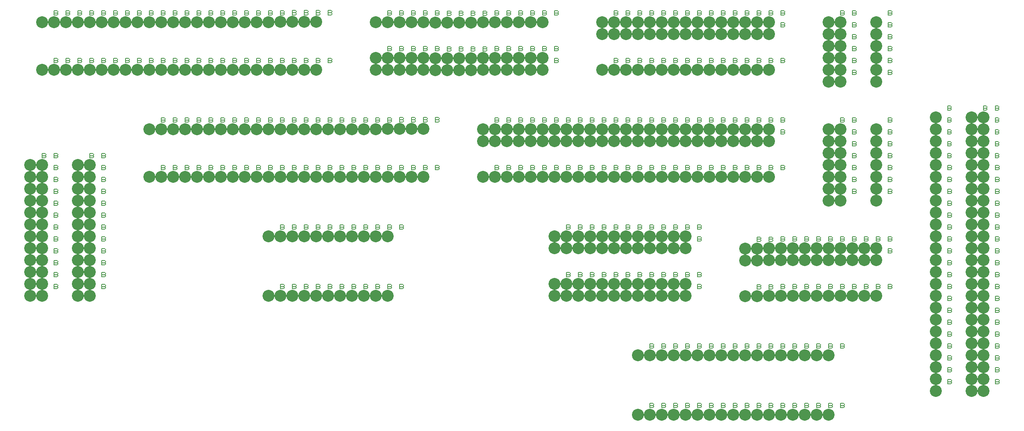
<source format=gbr>
G04 DesignSpark PCB Gerber Version 12.0 Build 5941*
G04 #@! TF.Part,Single*
G04 #@! TF.FileFunction,Drillmap*
G04 #@! TF.FilePolarity,Positive*
%FSLAX35Y35*%
%MOIN*%
%ADD15C,0.00500*%
G04 #@! TA.AperFunction,WasherPad*
%ADD14C,0.10000*%
G04 #@! TD.AperFunction*
X0Y0D02*
D02*
D14*
X20250Y120250D03*
Y130250D03*
Y140250D03*
Y150250D03*
Y160250D03*
Y170250D03*
Y180250D03*
Y190250D03*
Y200250D03*
Y210250D03*
Y220250D03*
Y230250D03*
X30250Y120250D03*
Y130250D03*
Y140250D03*
Y150250D03*
Y160250D03*
Y170250D03*
Y180250D03*
Y190250D03*
Y200250D03*
Y210250D03*
Y220250D03*
Y230250D03*
Y310250D03*
Y350250D03*
X40250Y310250D03*
Y350250D03*
X50250Y310250D03*
Y350250D03*
X60250Y120250D03*
Y130250D03*
Y140250D03*
Y150250D03*
Y160250D03*
Y170250D03*
Y180250D03*
Y190250D03*
Y200250D03*
Y210250D03*
Y220250D03*
Y230250D03*
Y310250D03*
Y350250D03*
X70250Y120250D03*
Y130250D03*
Y140250D03*
Y150250D03*
Y160250D03*
Y170250D03*
Y180250D03*
Y190250D03*
Y200250D03*
Y210250D03*
Y220250D03*
Y230250D03*
Y310250D03*
Y350250D03*
X80250Y310250D03*
Y350250D03*
X90250Y310250D03*
Y350250D03*
X100250Y310250D03*
Y350250D03*
X110250Y310250D03*
Y350250D03*
X120250Y220250D03*
Y260250D03*
Y310250D03*
Y350250D03*
X130250Y220250D03*
Y260250D03*
Y310250D03*
Y350250D03*
X140250Y220250D03*
Y260250D03*
Y310250D03*
Y350250D03*
X150250Y220250D03*
Y260250D03*
Y310250D03*
Y350250D03*
X160250Y220250D03*
Y260250D03*
Y310250D03*
Y350250D03*
X170250Y220250D03*
Y260250D03*
Y310250D03*
Y350250D03*
X180250Y220250D03*
Y260250D03*
Y310250D03*
Y350250D03*
X190250Y220250D03*
Y260250D03*
Y310250D03*
Y350250D03*
X200250Y220250D03*
Y260250D03*
Y310250D03*
Y350250D03*
X210250Y220250D03*
Y260250D03*
Y310250D03*
Y350250D03*
X220250Y120250D03*
Y170250D03*
Y220250D03*
Y260250D03*
Y310250D03*
Y350250D03*
X230250Y120250D03*
Y170250D03*
Y220250D03*
Y260250D03*
Y310250D03*
Y350485D03*
X240250Y120250D03*
Y170250D03*
Y220250D03*
Y260250D03*
Y310250D03*
Y350485D03*
X250250Y120250D03*
Y170250D03*
Y220250D03*
Y260250D03*
Y310250D03*
Y350485D03*
X260250Y120250D03*
Y170250D03*
Y220250D03*
Y260250D03*
Y310250D03*
Y350485D03*
X270250Y120250D03*
Y170250D03*
Y220250D03*
Y260250D03*
X280250Y120250D03*
Y170250D03*
Y220250D03*
Y260250D03*
X290250Y120250D03*
Y170250D03*
Y220250D03*
Y260250D03*
X300250Y120250D03*
Y170250D03*
Y220250D03*
Y260250D03*
X310250Y120250D03*
Y170250D03*
Y220250D03*
Y260250D03*
Y310250D03*
Y320250D03*
Y350250D03*
X320250Y120250D03*
Y170250D03*
Y220250D03*
Y260485D03*
Y310250D03*
Y320250D03*
Y350250D03*
X330250Y220250D03*
Y260485D03*
Y310250D03*
Y320250D03*
Y350250D03*
X340250Y220250D03*
Y260485D03*
Y310250D03*
Y320250D03*
Y350250D03*
X350250Y220250D03*
Y260485D03*
Y310250D03*
Y320250D03*
Y350250D03*
X360250Y310015D03*
Y320015D03*
Y350015D03*
X370250Y310015D03*
Y320015D03*
Y350015D03*
X380250Y310015D03*
Y320015D03*
Y350015D03*
X390250Y310015D03*
Y320015D03*
Y350015D03*
X400250Y220250D03*
Y250250D03*
Y260250D03*
Y310250D03*
Y320250D03*
Y350250D03*
X410250Y220250D03*
Y250250D03*
Y260250D03*
Y310250D03*
Y320250D03*
Y350250D03*
X420250Y220250D03*
Y250250D03*
Y260250D03*
Y310250D03*
Y320250D03*
Y350250D03*
X430250Y220250D03*
Y250250D03*
Y260250D03*
Y310250D03*
Y320250D03*
Y350250D03*
X440250Y220250D03*
Y250250D03*
Y260250D03*
Y310250D03*
Y320250D03*
Y350250D03*
X450250Y220250D03*
Y250250D03*
Y260250D03*
Y310250D03*
Y320250D03*
Y350250D03*
X460250Y120250D03*
Y130250D03*
Y160250D03*
Y170250D03*
Y220250D03*
Y250250D03*
Y260250D03*
X470250Y120250D03*
Y130250D03*
Y160250D03*
Y170250D03*
Y220250D03*
Y250250D03*
Y260250D03*
X480250Y120250D03*
Y130250D03*
Y160250D03*
Y170250D03*
Y220250D03*
Y250250D03*
Y260250D03*
X490250Y120250D03*
Y130250D03*
Y160250D03*
Y170250D03*
Y220250D03*
Y250250D03*
Y260250D03*
X500250Y120250D03*
Y130250D03*
Y160250D03*
Y170250D03*
Y220250D03*
Y250250D03*
Y260250D03*
Y310250D03*
Y340250D03*
Y350250D03*
X510250Y120250D03*
Y130250D03*
Y160250D03*
Y170250D03*
Y220250D03*
Y250250D03*
Y260250D03*
Y310250D03*
Y340250D03*
Y350250D03*
X520250Y120250D03*
Y130250D03*
Y160250D03*
Y170250D03*
Y220250D03*
Y250250D03*
Y260250D03*
Y310250D03*
Y340250D03*
Y350250D03*
X530250Y20250D03*
Y70250D03*
Y120250D03*
Y130250D03*
Y160250D03*
Y170250D03*
Y220250D03*
Y250250D03*
Y260250D03*
Y310250D03*
Y340250D03*
Y350250D03*
X540250Y20250D03*
Y70250D03*
Y120250D03*
Y130250D03*
Y160250D03*
Y170250D03*
Y220250D03*
Y250250D03*
Y260250D03*
Y310250D03*
Y340250D03*
Y350250D03*
X550250Y20250D03*
Y70250D03*
Y120250D03*
Y130250D03*
Y160250D03*
Y170250D03*
Y220250D03*
Y250250D03*
Y260250D03*
Y310250D03*
Y340250D03*
Y350250D03*
X560250Y20250D03*
Y70250D03*
Y120250D03*
Y130250D03*
Y160250D03*
Y170250D03*
Y220250D03*
Y250250D03*
Y260250D03*
Y310250D03*
Y340250D03*
Y350250D03*
X570250Y20250D03*
Y70250D03*
Y120250D03*
Y130250D03*
Y160250D03*
Y170250D03*
Y220250D03*
Y250250D03*
Y260250D03*
Y310250D03*
Y340250D03*
Y350250D03*
X580250Y20250D03*
Y70250D03*
Y220250D03*
Y250250D03*
Y260250D03*
Y310250D03*
Y340250D03*
Y350250D03*
X590250Y20250D03*
Y70250D03*
Y220250D03*
Y250250D03*
Y260250D03*
Y310250D03*
Y340250D03*
Y350250D03*
X600250Y20250D03*
Y70250D03*
Y220250D03*
Y250250D03*
Y260250D03*
Y310250D03*
Y340250D03*
Y350250D03*
X610250Y20250D03*
Y70250D03*
Y220250D03*
Y250250D03*
Y260250D03*
Y310250D03*
Y340250D03*
Y350250D03*
X620250Y20250D03*
Y70250D03*
Y120015D03*
Y150015D03*
Y160015D03*
Y220250D03*
Y250250D03*
Y260250D03*
Y310250D03*
Y340250D03*
Y350250D03*
X630250Y20250D03*
Y70250D03*
Y120015D03*
Y150015D03*
Y160015D03*
Y220250D03*
Y250250D03*
Y260250D03*
Y310250D03*
Y340250D03*
Y350250D03*
X640250Y20250D03*
Y70250D03*
Y120250D03*
Y150250D03*
Y160250D03*
Y220250D03*
Y250250D03*
Y260250D03*
Y310250D03*
Y340250D03*
Y350250D03*
X650250Y20250D03*
Y70250D03*
Y120250D03*
Y150250D03*
Y160250D03*
X660250Y20250D03*
Y70250D03*
Y120250D03*
Y150250D03*
Y160250D03*
X670250Y20250D03*
Y70250D03*
Y120250D03*
Y150250D03*
Y160250D03*
X680250Y20250D03*
Y70250D03*
Y120250D03*
Y150250D03*
Y160250D03*
X690250Y20250D03*
Y70250D03*
Y120250D03*
Y150250D03*
Y160250D03*
Y200250D03*
Y210250D03*
Y220250D03*
Y230250D03*
Y240250D03*
Y250250D03*
Y260250D03*
Y300250D03*
Y310250D03*
Y320250D03*
Y330250D03*
Y340250D03*
Y350250D03*
X700250Y120250D03*
Y150250D03*
Y160250D03*
Y200250D03*
Y210250D03*
Y220250D03*
Y230250D03*
Y240250D03*
Y250250D03*
Y260250D03*
Y300250D03*
Y310250D03*
Y320250D03*
Y330250D03*
Y340250D03*
Y350250D03*
X710250Y120250D03*
Y150250D03*
Y160250D03*
X720250Y120250D03*
Y150250D03*
Y160250D03*
X730250Y120250D03*
Y150250D03*
Y160250D03*
Y200250D03*
Y210250D03*
Y220250D03*
Y230250D03*
Y240250D03*
Y250250D03*
Y260250D03*
Y300250D03*
Y310250D03*
Y320250D03*
Y330250D03*
Y340250D03*
Y350250D03*
X780015Y230250D03*
Y240250D03*
Y250250D03*
Y260250D03*
Y270250D03*
X780250Y40250D03*
Y50250D03*
Y60250D03*
Y70250D03*
Y80250D03*
Y90250D03*
Y100250D03*
Y110250D03*
Y120250D03*
Y130250D03*
Y140250D03*
Y150250D03*
Y160250D03*
Y170250D03*
Y180250D03*
Y190250D03*
Y200250D03*
Y210250D03*
Y220250D03*
X810015Y230250D03*
Y240250D03*
Y250250D03*
Y260250D03*
Y270250D03*
X810250Y40250D03*
Y50250D03*
Y60250D03*
Y70250D03*
Y80250D03*
Y90250D03*
Y100250D03*
Y110250D03*
Y120250D03*
Y130250D03*
Y140250D03*
Y150250D03*
Y160250D03*
Y170250D03*
Y180250D03*
Y190250D03*
Y200250D03*
Y210250D03*
Y220250D03*
X820015Y230250D03*
Y240250D03*
Y250250D03*
Y260250D03*
Y270250D03*
X820250Y40250D03*
Y50250D03*
Y60250D03*
Y70250D03*
Y80250D03*
Y90250D03*
Y100250D03*
Y110250D03*
Y120250D03*
Y130250D03*
Y140250D03*
Y150250D03*
Y160250D03*
Y170250D03*
Y180250D03*
Y190250D03*
Y200250D03*
Y210250D03*
Y220250D03*
D02*
D15*
X32437Y128063D02*
X33063Y127750D01*
X33375Y127125D01*
X33063Y126500D01*
X32437Y126187D01*
X30250D01*
Y129937D01*
X32437D01*
X33063Y129625D01*
X33375Y129000D01*
X33063Y128375D01*
X32437Y128063D01*
X30250D01*
X32437Y138063D02*
X33063Y137750D01*
X33375Y137125D01*
X33063Y136500D01*
X32437Y136187D01*
X30250D01*
Y139937D01*
X32437D01*
X33063Y139625D01*
X33375Y139000D01*
X33063Y138375D01*
X32437Y138063D01*
X30250D01*
X32437Y148063D02*
X33063Y147750D01*
X33375Y147125D01*
X33063Y146500D01*
X32437Y146187D01*
X30250D01*
Y149937D01*
X32437D01*
X33063Y149625D01*
X33375Y149000D01*
X33063Y148375D01*
X32437Y148063D01*
X30250D01*
X32437Y158063D02*
X33063Y157750D01*
X33375Y157125D01*
X33063Y156500D01*
X32437Y156187D01*
X30250D01*
Y159937D01*
X32437D01*
X33063Y159625D01*
X33375Y159000D01*
X33063Y158375D01*
X32437Y158063D01*
X30250D01*
X32437Y168063D02*
X33063Y167750D01*
X33375Y167125D01*
X33063Y166500D01*
X32437Y166187D01*
X30250D01*
Y169937D01*
X32437D01*
X33063Y169625D01*
X33375Y169000D01*
X33063Y168375D01*
X32437Y168063D01*
X30250D01*
X32437Y178063D02*
X33063Y177750D01*
X33375Y177125D01*
X33063Y176500D01*
X32437Y176187D01*
X30250D01*
Y179937D01*
X32437D01*
X33063Y179625D01*
X33375Y179000D01*
X33063Y178375D01*
X32437Y178063D01*
X30250D01*
X32437Y188063D02*
X33063Y187750D01*
X33375Y187125D01*
X33063Y186500D01*
X32437Y186187D01*
X30250D01*
Y189937D01*
X32437D01*
X33063Y189625D01*
X33375Y189000D01*
X33063Y188375D01*
X32437Y188063D01*
X30250D01*
X32437Y198063D02*
X33063Y197750D01*
X33375Y197125D01*
X33063Y196500D01*
X32437Y196187D01*
X30250D01*
Y199937D01*
X32437D01*
X33063Y199625D01*
X33375Y199000D01*
X33063Y198375D01*
X32437Y198063D01*
X30250D01*
X32437Y208063D02*
X33063Y207750D01*
X33375Y207125D01*
X33063Y206500D01*
X32437Y206187D01*
X30250D01*
Y209937D01*
X32437D01*
X33063Y209625D01*
X33375Y209000D01*
X33063Y208375D01*
X32437Y208063D01*
X30250D01*
X32437Y218063D02*
X33063Y217750D01*
X33375Y217125D01*
X33063Y216500D01*
X32437Y216187D01*
X30250D01*
Y219937D01*
X32437D01*
X33063Y219625D01*
X33375Y219000D01*
X33063Y218375D01*
X32437Y218063D01*
X30250D01*
X32437Y228063D02*
X33063Y227750D01*
X33375Y227125D01*
X33063Y226500D01*
X32437Y226187D01*
X30250D01*
Y229937D01*
X32437D01*
X33063Y229625D01*
X33375Y229000D01*
X33063Y228375D01*
X32437Y228063D01*
X30250D01*
X32437Y238063D02*
X33063Y237750D01*
X33375Y237125D01*
X33063Y236500D01*
X32437Y236187D01*
X30250D01*
Y239937D01*
X32437D01*
X33063Y239625D01*
X33375Y239000D01*
X33063Y238375D01*
X32437Y238063D01*
X30250D01*
X42437Y128063D02*
X43063Y127750D01*
X43375Y127125D01*
X43063Y126500D01*
X42437Y126187D01*
X40250D01*
Y129937D01*
X42437D01*
X43063Y129625D01*
X43375Y129000D01*
X43063Y128375D01*
X42437Y128063D01*
X40250D01*
X42437Y138063D02*
X43063Y137750D01*
X43375Y137125D01*
X43063Y136500D01*
X42437Y136187D01*
X40250D01*
Y139937D01*
X42437D01*
X43063Y139625D01*
X43375Y139000D01*
X43063Y138375D01*
X42437Y138063D01*
X40250D01*
X42437Y148063D02*
X43063Y147750D01*
X43375Y147125D01*
X43063Y146500D01*
X42437Y146187D01*
X40250D01*
Y149937D01*
X42437D01*
X43063Y149625D01*
X43375Y149000D01*
X43063Y148375D01*
X42437Y148063D01*
X40250D01*
X42437Y158063D02*
X43063Y157750D01*
X43375Y157125D01*
X43063Y156500D01*
X42437Y156187D01*
X40250D01*
Y159937D01*
X42437D01*
X43063Y159625D01*
X43375Y159000D01*
X43063Y158375D01*
X42437Y158063D01*
X40250D01*
X42437Y168063D02*
X43063Y167750D01*
X43375Y167125D01*
X43063Y166500D01*
X42437Y166187D01*
X40250D01*
Y169937D01*
X42437D01*
X43063Y169625D01*
X43375Y169000D01*
X43063Y168375D01*
X42437Y168063D01*
X40250D01*
X42437Y178063D02*
X43063Y177750D01*
X43375Y177125D01*
X43063Y176500D01*
X42437Y176187D01*
X40250D01*
Y179937D01*
X42437D01*
X43063Y179625D01*
X43375Y179000D01*
X43063Y178375D01*
X42437Y178063D01*
X40250D01*
X42437Y188063D02*
X43063Y187750D01*
X43375Y187125D01*
X43063Y186500D01*
X42437Y186187D01*
X40250D01*
Y189937D01*
X42437D01*
X43063Y189625D01*
X43375Y189000D01*
X43063Y188375D01*
X42437Y188063D01*
X40250D01*
X42437Y198063D02*
X43063Y197750D01*
X43375Y197125D01*
X43063Y196500D01*
X42437Y196187D01*
X40250D01*
Y199937D01*
X42437D01*
X43063Y199625D01*
X43375Y199000D01*
X43063Y198375D01*
X42437Y198063D01*
X40250D01*
X42437Y208063D02*
X43063Y207750D01*
X43375Y207125D01*
X43063Y206500D01*
X42437Y206187D01*
X40250D01*
Y209937D01*
X42437D01*
X43063Y209625D01*
X43375Y209000D01*
X43063Y208375D01*
X42437Y208063D01*
X40250D01*
X42437Y218063D02*
X43063Y217750D01*
X43375Y217125D01*
X43063Y216500D01*
X42437Y216187D01*
X40250D01*
Y219937D01*
X42437D01*
X43063Y219625D01*
X43375Y219000D01*
X43063Y218375D01*
X42437Y218063D01*
X40250D01*
X42437Y228063D02*
X43063Y227750D01*
X43375Y227125D01*
X43063Y226500D01*
X42437Y226187D01*
X40250D01*
Y229937D01*
X42437D01*
X43063Y229625D01*
X43375Y229000D01*
X43063Y228375D01*
X42437Y228063D01*
X40250D01*
X42437Y238063D02*
X43063Y237750D01*
X43375Y237125D01*
X43063Y236500D01*
X42437Y236187D01*
X40250D01*
Y239937D01*
X42437D01*
X43063Y239625D01*
X43375Y239000D01*
X43063Y238375D01*
X42437Y238063D01*
X40250D01*
X42437Y318063D02*
X43063Y317750D01*
X43375Y317125D01*
X43063Y316500D01*
X42437Y316187D01*
X40250D01*
Y319937D01*
X42437D01*
X43063Y319625D01*
X43375Y319000D01*
X43063Y318375D01*
X42437Y318063D01*
X40250D01*
X42437Y358063D02*
X43063Y357750D01*
X43375Y357125D01*
X43063Y356500D01*
X42437Y356187D01*
X40250D01*
Y359937D01*
X42437D01*
X43063Y359625D01*
X43375Y359000D01*
X43063Y358375D01*
X42437Y358063D01*
X40250D01*
X52437Y318063D02*
X53063Y317750D01*
X53375Y317125D01*
X53063Y316500D01*
X52437Y316187D01*
X50250D01*
Y319937D01*
X52437D01*
X53063Y319625D01*
X53375Y319000D01*
X53063Y318375D01*
X52437Y318063D01*
X50250D01*
X52437Y358063D02*
X53063Y357750D01*
X53375Y357125D01*
X53063Y356500D01*
X52437Y356187D01*
X50250D01*
Y359937D01*
X52437D01*
X53063Y359625D01*
X53375Y359000D01*
X53063Y358375D01*
X52437Y358063D01*
X50250D01*
X62437Y318063D02*
X63063Y317750D01*
X63375Y317125D01*
X63063Y316500D01*
X62437Y316187D01*
X60250D01*
Y319937D01*
X62437D01*
X63063Y319625D01*
X63375Y319000D01*
X63063Y318375D01*
X62437Y318063D01*
X60250D01*
X62437Y358063D02*
X63063Y357750D01*
X63375Y357125D01*
X63063Y356500D01*
X62437Y356187D01*
X60250D01*
Y359937D01*
X62437D01*
X63063Y359625D01*
X63375Y359000D01*
X63063Y358375D01*
X62437Y358063D01*
X60250D01*
X72437Y128063D02*
X73063Y127750D01*
X73375Y127125D01*
X73063Y126500D01*
X72437Y126187D01*
X70250D01*
Y129937D01*
X72437D01*
X73063Y129625D01*
X73375Y129000D01*
X73063Y128375D01*
X72437Y128063D01*
X70250D01*
X72437Y138063D02*
X73063Y137750D01*
X73375Y137125D01*
X73063Y136500D01*
X72437Y136187D01*
X70250D01*
Y139937D01*
X72437D01*
X73063Y139625D01*
X73375Y139000D01*
X73063Y138375D01*
X72437Y138063D01*
X70250D01*
X72437Y148063D02*
X73063Y147750D01*
X73375Y147125D01*
X73063Y146500D01*
X72437Y146187D01*
X70250D01*
Y149937D01*
X72437D01*
X73063Y149625D01*
X73375Y149000D01*
X73063Y148375D01*
X72437Y148063D01*
X70250D01*
X72437Y158063D02*
X73063Y157750D01*
X73375Y157125D01*
X73063Y156500D01*
X72437Y156187D01*
X70250D01*
Y159937D01*
X72437D01*
X73063Y159625D01*
X73375Y159000D01*
X73063Y158375D01*
X72437Y158063D01*
X70250D01*
X72437Y168063D02*
X73063Y167750D01*
X73375Y167125D01*
X73063Y166500D01*
X72437Y166187D01*
X70250D01*
Y169937D01*
X72437D01*
X73063Y169625D01*
X73375Y169000D01*
X73063Y168375D01*
X72437Y168063D01*
X70250D01*
X72437Y178063D02*
X73063Y177750D01*
X73375Y177125D01*
X73063Y176500D01*
X72437Y176187D01*
X70250D01*
Y179937D01*
X72437D01*
X73063Y179625D01*
X73375Y179000D01*
X73063Y178375D01*
X72437Y178063D01*
X70250D01*
X72437Y188063D02*
X73063Y187750D01*
X73375Y187125D01*
X73063Y186500D01*
X72437Y186187D01*
X70250D01*
Y189937D01*
X72437D01*
X73063Y189625D01*
X73375Y189000D01*
X73063Y188375D01*
X72437Y188063D01*
X70250D01*
X72437Y198063D02*
X73063Y197750D01*
X73375Y197125D01*
X73063Y196500D01*
X72437Y196187D01*
X70250D01*
Y199937D01*
X72437D01*
X73063Y199625D01*
X73375Y199000D01*
X73063Y198375D01*
X72437Y198063D01*
X70250D01*
X72437Y208063D02*
X73063Y207750D01*
X73375Y207125D01*
X73063Y206500D01*
X72437Y206187D01*
X70250D01*
Y209937D01*
X72437D01*
X73063Y209625D01*
X73375Y209000D01*
X73063Y208375D01*
X72437Y208063D01*
X70250D01*
X72437Y218063D02*
X73063Y217750D01*
X73375Y217125D01*
X73063Y216500D01*
X72437Y216187D01*
X70250D01*
Y219937D01*
X72437D01*
X73063Y219625D01*
X73375Y219000D01*
X73063Y218375D01*
X72437Y218063D01*
X70250D01*
X72437Y228063D02*
X73063Y227750D01*
X73375Y227125D01*
X73063Y226500D01*
X72437Y226187D01*
X70250D01*
Y229937D01*
X72437D01*
X73063Y229625D01*
X73375Y229000D01*
X73063Y228375D01*
X72437Y228063D01*
X70250D01*
X72437Y238063D02*
X73063Y237750D01*
X73375Y237125D01*
X73063Y236500D01*
X72437Y236187D01*
X70250D01*
Y239937D01*
X72437D01*
X73063Y239625D01*
X73375Y239000D01*
X73063Y238375D01*
X72437Y238063D01*
X70250D01*
X72437Y318063D02*
X73063Y317750D01*
X73375Y317125D01*
X73063Y316500D01*
X72437Y316187D01*
X70250D01*
Y319937D01*
X72437D01*
X73063Y319625D01*
X73375Y319000D01*
X73063Y318375D01*
X72437Y318063D01*
X70250D01*
X72437Y358063D02*
X73063Y357750D01*
X73375Y357125D01*
X73063Y356500D01*
X72437Y356187D01*
X70250D01*
Y359937D01*
X72437D01*
X73063Y359625D01*
X73375Y359000D01*
X73063Y358375D01*
X72437Y358063D01*
X70250D01*
X82437Y128063D02*
X83063Y127750D01*
X83375Y127125D01*
X83063Y126500D01*
X82437Y126187D01*
X80250D01*
Y129937D01*
X82437D01*
X83063Y129625D01*
X83375Y129000D01*
X83063Y128375D01*
X82437Y128063D01*
X80250D01*
X82437Y138063D02*
X83063Y137750D01*
X83375Y137125D01*
X83063Y136500D01*
X82437Y136187D01*
X80250D01*
Y139937D01*
X82437D01*
X83063Y139625D01*
X83375Y139000D01*
X83063Y138375D01*
X82437Y138063D01*
X80250D01*
X82437Y148063D02*
X83063Y147750D01*
X83375Y147125D01*
X83063Y146500D01*
X82437Y146187D01*
X80250D01*
Y149937D01*
X82437D01*
X83063Y149625D01*
X83375Y149000D01*
X83063Y148375D01*
X82437Y148063D01*
X80250D01*
X82437Y158063D02*
X83063Y157750D01*
X83375Y157125D01*
X83063Y156500D01*
X82437Y156187D01*
X80250D01*
Y159937D01*
X82437D01*
X83063Y159625D01*
X83375Y159000D01*
X83063Y158375D01*
X82437Y158063D01*
X80250D01*
X82437Y168063D02*
X83063Y167750D01*
X83375Y167125D01*
X83063Y166500D01*
X82437Y166187D01*
X80250D01*
Y169937D01*
X82437D01*
X83063Y169625D01*
X83375Y169000D01*
X83063Y168375D01*
X82437Y168063D01*
X80250D01*
X82437Y178063D02*
X83063Y177750D01*
X83375Y177125D01*
X83063Y176500D01*
X82437Y176187D01*
X80250D01*
Y179937D01*
X82437D01*
X83063Y179625D01*
X83375Y179000D01*
X83063Y178375D01*
X82437Y178063D01*
X80250D01*
X82437Y188063D02*
X83063Y187750D01*
X83375Y187125D01*
X83063Y186500D01*
X82437Y186187D01*
X80250D01*
Y189937D01*
X82437D01*
X83063Y189625D01*
X83375Y189000D01*
X83063Y188375D01*
X82437Y188063D01*
X80250D01*
X82437Y198063D02*
X83063Y197750D01*
X83375Y197125D01*
X83063Y196500D01*
X82437Y196187D01*
X80250D01*
Y199937D01*
X82437D01*
X83063Y199625D01*
X83375Y199000D01*
X83063Y198375D01*
X82437Y198063D01*
X80250D01*
X82437Y208063D02*
X83063Y207750D01*
X83375Y207125D01*
X83063Y206500D01*
X82437Y206187D01*
X80250D01*
Y209937D01*
X82437D01*
X83063Y209625D01*
X83375Y209000D01*
X83063Y208375D01*
X82437Y208063D01*
X80250D01*
X82437Y218063D02*
X83063Y217750D01*
X83375Y217125D01*
X83063Y216500D01*
X82437Y216187D01*
X80250D01*
Y219937D01*
X82437D01*
X83063Y219625D01*
X83375Y219000D01*
X83063Y218375D01*
X82437Y218063D01*
X80250D01*
X82437Y228063D02*
X83063Y227750D01*
X83375Y227125D01*
X83063Y226500D01*
X82437Y226187D01*
X80250D01*
Y229937D01*
X82437D01*
X83063Y229625D01*
X83375Y229000D01*
X83063Y228375D01*
X82437Y228063D01*
X80250D01*
X82437Y238063D02*
X83063Y237750D01*
X83375Y237125D01*
X83063Y236500D01*
X82437Y236187D01*
X80250D01*
Y239937D01*
X82437D01*
X83063Y239625D01*
X83375Y239000D01*
X83063Y238375D01*
X82437Y238063D01*
X80250D01*
X82437Y318063D02*
X83063Y317750D01*
X83375Y317125D01*
X83063Y316500D01*
X82437Y316187D01*
X80250D01*
Y319937D01*
X82437D01*
X83063Y319625D01*
X83375Y319000D01*
X83063Y318375D01*
X82437Y318063D01*
X80250D01*
X82437Y358063D02*
X83063Y357750D01*
X83375Y357125D01*
X83063Y356500D01*
X82437Y356187D01*
X80250D01*
Y359937D01*
X82437D01*
X83063Y359625D01*
X83375Y359000D01*
X83063Y358375D01*
X82437Y358063D01*
X80250D01*
X92437Y318063D02*
X93063Y317750D01*
X93375Y317125D01*
X93063Y316500D01*
X92437Y316187D01*
X90250D01*
Y319937D01*
X92437D01*
X93063Y319625D01*
X93375Y319000D01*
X93063Y318375D01*
X92437Y318063D01*
X90250D01*
X92437Y358063D02*
X93063Y357750D01*
X93375Y357125D01*
X93063Y356500D01*
X92437Y356187D01*
X90250D01*
Y359937D01*
X92437D01*
X93063Y359625D01*
X93375Y359000D01*
X93063Y358375D01*
X92437Y358063D01*
X90250D01*
X102437Y318063D02*
X103063Y317750D01*
X103375Y317125D01*
X103063Y316500D01*
X102437Y316187D01*
X100250D01*
Y319937D01*
X102437D01*
X103063Y319625D01*
X103375Y319000D01*
X103063Y318375D01*
X102437Y318063D01*
X100250D01*
X102437Y358063D02*
X103063Y357750D01*
X103375Y357125D01*
X103063Y356500D01*
X102437Y356187D01*
X100250D01*
Y359937D01*
X102437D01*
X103063Y359625D01*
X103375Y359000D01*
X103063Y358375D01*
X102437Y358063D01*
X100250D01*
X112437Y318063D02*
X113063Y317750D01*
X113375Y317125D01*
X113063Y316500D01*
X112437Y316187D01*
X110250D01*
Y319937D01*
X112437D01*
X113063Y319625D01*
X113375Y319000D01*
X113063Y318375D01*
X112437Y318063D01*
X110250D01*
X112437Y358063D02*
X113063Y357750D01*
X113375Y357125D01*
X113063Y356500D01*
X112437Y356187D01*
X110250D01*
Y359937D01*
X112437D01*
X113063Y359625D01*
X113375Y359000D01*
X113063Y358375D01*
X112437Y358063D01*
X110250D01*
X122437Y318063D02*
X123063Y317750D01*
X123375Y317125D01*
X123063Y316500D01*
X122437Y316187D01*
X120250D01*
Y319937D01*
X122437D01*
X123063Y319625D01*
X123375Y319000D01*
X123063Y318375D01*
X122437Y318063D01*
X120250D01*
X122437Y358063D02*
X123063Y357750D01*
X123375Y357125D01*
X123063Y356500D01*
X122437Y356187D01*
X120250D01*
Y359937D01*
X122437D01*
X123063Y359625D01*
X123375Y359000D01*
X123063Y358375D01*
X122437Y358063D01*
X120250D01*
X132437Y228063D02*
X133063Y227750D01*
X133375Y227125D01*
X133063Y226500D01*
X132437Y226187D01*
X130250D01*
Y229937D01*
X132437D01*
X133063Y229625D01*
X133375Y229000D01*
X133063Y228375D01*
X132437Y228063D01*
X130250D01*
X132437Y268063D02*
X133063Y267750D01*
X133375Y267125D01*
X133063Y266500D01*
X132437Y266187D01*
X130250D01*
Y269937D01*
X132437D01*
X133063Y269625D01*
X133375Y269000D01*
X133063Y268375D01*
X132437Y268063D01*
X130250D01*
X132437Y318063D02*
X133063Y317750D01*
X133375Y317125D01*
X133063Y316500D01*
X132437Y316187D01*
X130250D01*
Y319937D01*
X132437D01*
X133063Y319625D01*
X133375Y319000D01*
X133063Y318375D01*
X132437Y318063D01*
X130250D01*
X132437Y358063D02*
X133063Y357750D01*
X133375Y357125D01*
X133063Y356500D01*
X132437Y356187D01*
X130250D01*
Y359937D01*
X132437D01*
X133063Y359625D01*
X133375Y359000D01*
X133063Y358375D01*
X132437Y358063D01*
X130250D01*
X142437Y228063D02*
X143063Y227750D01*
X143375Y227125D01*
X143063Y226500D01*
X142437Y226187D01*
X140250D01*
Y229937D01*
X142437D01*
X143063Y229625D01*
X143375Y229000D01*
X143063Y228375D01*
X142437Y228063D01*
X140250D01*
X142437Y268063D02*
X143063Y267750D01*
X143375Y267125D01*
X143063Y266500D01*
X142437Y266187D01*
X140250D01*
Y269937D01*
X142437D01*
X143063Y269625D01*
X143375Y269000D01*
X143063Y268375D01*
X142437Y268063D01*
X140250D01*
X142437Y318063D02*
X143063Y317750D01*
X143375Y317125D01*
X143063Y316500D01*
X142437Y316187D01*
X140250D01*
Y319937D01*
X142437D01*
X143063Y319625D01*
X143375Y319000D01*
X143063Y318375D01*
X142437Y318063D01*
X140250D01*
X142437Y358063D02*
X143063Y357750D01*
X143375Y357125D01*
X143063Y356500D01*
X142437Y356187D01*
X140250D01*
Y359937D01*
X142437D01*
X143063Y359625D01*
X143375Y359000D01*
X143063Y358375D01*
X142437Y358063D01*
X140250D01*
X152437Y228063D02*
X153063Y227750D01*
X153375Y227125D01*
X153063Y226500D01*
X152437Y226187D01*
X150250D01*
Y229937D01*
X152437D01*
X153063Y229625D01*
X153375Y229000D01*
X153063Y228375D01*
X152437Y228063D01*
X150250D01*
X152437Y268063D02*
X153063Y267750D01*
X153375Y267125D01*
X153063Y266500D01*
X152437Y266187D01*
X150250D01*
Y269937D01*
X152437D01*
X153063Y269625D01*
X153375Y269000D01*
X153063Y268375D01*
X152437Y268063D01*
X150250D01*
X152437Y318063D02*
X153063Y317750D01*
X153375Y317125D01*
X153063Y316500D01*
X152437Y316187D01*
X150250D01*
Y319937D01*
X152437D01*
X153063Y319625D01*
X153375Y319000D01*
X153063Y318375D01*
X152437Y318063D01*
X150250D01*
X152437Y358063D02*
X153063Y357750D01*
X153375Y357125D01*
X153063Y356500D01*
X152437Y356187D01*
X150250D01*
Y359937D01*
X152437D01*
X153063Y359625D01*
X153375Y359000D01*
X153063Y358375D01*
X152437Y358063D01*
X150250D01*
X162437Y228063D02*
X163063Y227750D01*
X163375Y227125D01*
X163063Y226500D01*
X162437Y226187D01*
X160250D01*
Y229937D01*
X162437D01*
X163063Y229625D01*
X163375Y229000D01*
X163063Y228375D01*
X162437Y228063D01*
X160250D01*
X162437Y268063D02*
X163063Y267750D01*
X163375Y267125D01*
X163063Y266500D01*
X162437Y266187D01*
X160250D01*
Y269937D01*
X162437D01*
X163063Y269625D01*
X163375Y269000D01*
X163063Y268375D01*
X162437Y268063D01*
X160250D01*
X162437Y318063D02*
X163063Y317750D01*
X163375Y317125D01*
X163063Y316500D01*
X162437Y316187D01*
X160250D01*
Y319937D01*
X162437D01*
X163063Y319625D01*
X163375Y319000D01*
X163063Y318375D01*
X162437Y318063D01*
X160250D01*
X162437Y358063D02*
X163063Y357750D01*
X163375Y357125D01*
X163063Y356500D01*
X162437Y356187D01*
X160250D01*
Y359937D01*
X162437D01*
X163063Y359625D01*
X163375Y359000D01*
X163063Y358375D01*
X162437Y358063D01*
X160250D01*
X172437Y228063D02*
X173063Y227750D01*
X173375Y227125D01*
X173063Y226500D01*
X172437Y226187D01*
X170250D01*
Y229937D01*
X172437D01*
X173063Y229625D01*
X173375Y229000D01*
X173063Y228375D01*
X172437Y228063D01*
X170250D01*
X172437Y268063D02*
X173063Y267750D01*
X173375Y267125D01*
X173063Y266500D01*
X172437Y266187D01*
X170250D01*
Y269937D01*
X172437D01*
X173063Y269625D01*
X173375Y269000D01*
X173063Y268375D01*
X172437Y268063D01*
X170250D01*
X172437Y318063D02*
X173063Y317750D01*
X173375Y317125D01*
X173063Y316500D01*
X172437Y316187D01*
X170250D01*
Y319937D01*
X172437D01*
X173063Y319625D01*
X173375Y319000D01*
X173063Y318375D01*
X172437Y318063D01*
X170250D01*
X172437Y358063D02*
X173063Y357750D01*
X173375Y357125D01*
X173063Y356500D01*
X172437Y356187D01*
X170250D01*
Y359937D01*
X172437D01*
X173063Y359625D01*
X173375Y359000D01*
X173063Y358375D01*
X172437Y358063D01*
X170250D01*
X182437Y228063D02*
X183063Y227750D01*
X183375Y227125D01*
X183063Y226500D01*
X182437Y226187D01*
X180250D01*
Y229937D01*
X182437D01*
X183063Y229625D01*
X183375Y229000D01*
X183063Y228375D01*
X182437Y228063D01*
X180250D01*
X182437Y268063D02*
X183063Y267750D01*
X183375Y267125D01*
X183063Y266500D01*
X182437Y266187D01*
X180250D01*
Y269937D01*
X182437D01*
X183063Y269625D01*
X183375Y269000D01*
X183063Y268375D01*
X182437Y268063D01*
X180250D01*
X182437Y318063D02*
X183063Y317750D01*
X183375Y317125D01*
X183063Y316500D01*
X182437Y316187D01*
X180250D01*
Y319937D01*
X182437D01*
X183063Y319625D01*
X183375Y319000D01*
X183063Y318375D01*
X182437Y318063D01*
X180250D01*
X182437Y358063D02*
X183063Y357750D01*
X183375Y357125D01*
X183063Y356500D01*
X182437Y356187D01*
X180250D01*
Y359937D01*
X182437D01*
X183063Y359625D01*
X183375Y359000D01*
X183063Y358375D01*
X182437Y358063D01*
X180250D01*
X192437Y228063D02*
X193063Y227750D01*
X193375Y227125D01*
X193063Y226500D01*
X192437Y226187D01*
X190250D01*
Y229937D01*
X192437D01*
X193063Y229625D01*
X193375Y229000D01*
X193063Y228375D01*
X192437Y228063D01*
X190250D01*
X192437Y268063D02*
X193063Y267750D01*
X193375Y267125D01*
X193063Y266500D01*
X192437Y266187D01*
X190250D01*
Y269937D01*
X192437D01*
X193063Y269625D01*
X193375Y269000D01*
X193063Y268375D01*
X192437Y268063D01*
X190250D01*
X192437Y318063D02*
X193063Y317750D01*
X193375Y317125D01*
X193063Y316500D01*
X192437Y316187D01*
X190250D01*
Y319937D01*
X192437D01*
X193063Y319625D01*
X193375Y319000D01*
X193063Y318375D01*
X192437Y318063D01*
X190250D01*
X192437Y358063D02*
X193063Y357750D01*
X193375Y357125D01*
X193063Y356500D01*
X192437Y356187D01*
X190250D01*
Y359937D01*
X192437D01*
X193063Y359625D01*
X193375Y359000D01*
X193063Y358375D01*
X192437Y358063D01*
X190250D01*
X202437Y228063D02*
X203063Y227750D01*
X203375Y227125D01*
X203063Y226500D01*
X202437Y226187D01*
X200250D01*
Y229937D01*
X202437D01*
X203063Y229625D01*
X203375Y229000D01*
X203063Y228375D01*
X202437Y228063D01*
X200250D01*
X202437Y268063D02*
X203063Y267750D01*
X203375Y267125D01*
X203063Y266500D01*
X202437Y266187D01*
X200250D01*
Y269937D01*
X202437D01*
X203063Y269625D01*
X203375Y269000D01*
X203063Y268375D01*
X202437Y268063D01*
X200250D01*
X202437Y318063D02*
X203063Y317750D01*
X203375Y317125D01*
X203063Y316500D01*
X202437Y316187D01*
X200250D01*
Y319937D01*
X202437D01*
X203063Y319625D01*
X203375Y319000D01*
X203063Y318375D01*
X202437Y318063D01*
X200250D01*
X202437Y358063D02*
X203063Y357750D01*
X203375Y357125D01*
X203063Y356500D01*
X202437Y356187D01*
X200250D01*
Y359937D01*
X202437D01*
X203063Y359625D01*
X203375Y359000D01*
X203063Y358375D01*
X202437Y358063D01*
X200250D01*
X212437Y228063D02*
X213063Y227750D01*
X213375Y227125D01*
X213063Y226500D01*
X212437Y226187D01*
X210250D01*
Y229937D01*
X212437D01*
X213063Y229625D01*
X213375Y229000D01*
X213063Y228375D01*
X212437Y228063D01*
X210250D01*
X212437Y268063D02*
X213063Y267750D01*
X213375Y267125D01*
X213063Y266500D01*
X212437Y266187D01*
X210250D01*
Y269937D01*
X212437D01*
X213063Y269625D01*
X213375Y269000D01*
X213063Y268375D01*
X212437Y268063D01*
X210250D01*
X212437Y318063D02*
X213063Y317750D01*
X213375Y317125D01*
X213063Y316500D01*
X212437Y316187D01*
X210250D01*
Y319937D01*
X212437D01*
X213063Y319625D01*
X213375Y319000D01*
X213063Y318375D01*
X212437Y318063D01*
X210250D01*
X212437Y358063D02*
X213063Y357750D01*
X213375Y357125D01*
X213063Y356500D01*
X212437Y356187D01*
X210250D01*
Y359937D01*
X212437D01*
X213063Y359625D01*
X213375Y359000D01*
X213063Y358375D01*
X212437Y358063D01*
X210250D01*
X222437Y228063D02*
X223063Y227750D01*
X223375Y227125D01*
X223063Y226500D01*
X222437Y226187D01*
X220250D01*
Y229937D01*
X222437D01*
X223063Y229625D01*
X223375Y229000D01*
X223063Y228375D01*
X222437Y228063D01*
X220250D01*
X222437Y268063D02*
X223063Y267750D01*
X223375Y267125D01*
X223063Y266500D01*
X222437Y266187D01*
X220250D01*
Y269937D01*
X222437D01*
X223063Y269625D01*
X223375Y269000D01*
X223063Y268375D01*
X222437Y268063D01*
X220250D01*
X222437Y318063D02*
X223063Y317750D01*
X223375Y317125D01*
X223063Y316500D01*
X222437Y316187D01*
X220250D01*
Y319937D01*
X222437D01*
X223063Y319625D01*
X223375Y319000D01*
X223063Y318375D01*
X222437Y318063D01*
X220250D01*
X222437Y358063D02*
X223063Y357750D01*
X223375Y357125D01*
X223063Y356500D01*
X222437Y356187D01*
X220250D01*
Y359937D01*
X222437D01*
X223063Y359625D01*
X223375Y359000D01*
X223063Y358375D01*
X222437Y358063D01*
X220250D01*
X232437Y128063D02*
X233063Y127750D01*
X233375Y127125D01*
X233063Y126500D01*
X232437Y126187D01*
X230250D01*
Y129937D01*
X232437D01*
X233063Y129625D01*
X233375Y129000D01*
X233063Y128375D01*
X232437Y128063D01*
X230250D01*
X232437Y178063D02*
X233063Y177750D01*
X233375Y177125D01*
X233063Y176500D01*
X232437Y176187D01*
X230250D01*
Y179937D01*
X232437D01*
X233063Y179625D01*
X233375Y179000D01*
X233063Y178375D01*
X232437Y178063D01*
X230250D01*
X232437Y228063D02*
X233063Y227750D01*
X233375Y227125D01*
X233063Y226500D01*
X232437Y226187D01*
X230250D01*
Y229937D01*
X232437D01*
X233063Y229625D01*
X233375Y229000D01*
X233063Y228375D01*
X232437Y228063D01*
X230250D01*
X232437Y268063D02*
X233063Y267750D01*
X233375Y267125D01*
X233063Y266500D01*
X232437Y266187D01*
X230250D01*
Y269937D01*
X232437D01*
X233063Y269625D01*
X233375Y269000D01*
X233063Y268375D01*
X232437Y268063D01*
X230250D01*
X232437Y318063D02*
X233063Y317750D01*
X233375Y317125D01*
X233063Y316500D01*
X232437Y316187D01*
X230250D01*
Y319937D01*
X232437D01*
X233063Y319625D01*
X233375Y319000D01*
X233063Y318375D01*
X232437Y318063D01*
X230250D01*
X232437Y358063D02*
X233063Y357750D01*
X233375Y357125D01*
X233063Y356500D01*
X232437Y356187D01*
X230250D01*
Y359937D01*
X232437D01*
X233063Y359625D01*
X233375Y359000D01*
X233063Y358375D01*
X232437Y358063D01*
X230250D01*
X242437Y128063D02*
X243063Y127750D01*
X243375Y127125D01*
X243063Y126500D01*
X242437Y126187D01*
X240250D01*
Y129937D01*
X242437D01*
X243063Y129625D01*
X243375Y129000D01*
X243063Y128375D01*
X242437Y128063D01*
X240250D01*
X242437Y178063D02*
X243063Y177750D01*
X243375Y177125D01*
X243063Y176500D01*
X242437Y176187D01*
X240250D01*
Y179937D01*
X242437D01*
X243063Y179625D01*
X243375Y179000D01*
X243063Y178375D01*
X242437Y178063D01*
X240250D01*
X242437Y228063D02*
X243063Y227750D01*
X243375Y227125D01*
X243063Y226500D01*
X242437Y226187D01*
X240250D01*
Y229937D01*
X242437D01*
X243063Y229625D01*
X243375Y229000D01*
X243063Y228375D01*
X242437Y228063D01*
X240250D01*
X242437Y268063D02*
X243063Y267750D01*
X243375Y267125D01*
X243063Y266500D01*
X242437Y266187D01*
X240250D01*
Y269937D01*
X242437D01*
X243063Y269625D01*
X243375Y269000D01*
X243063Y268375D01*
X242437Y268063D01*
X240250D01*
X242437Y318063D02*
X243063Y317750D01*
X243375Y317125D01*
X243063Y316500D01*
X242437Y316187D01*
X240250D01*
Y319937D01*
X242437D01*
X243063Y319625D01*
X243375Y319000D01*
X243063Y318375D01*
X242437Y318063D01*
X240250D01*
X242437Y358297D02*
X243063Y357985D01*
X243375Y357360D01*
X243063Y356735D01*
X242437Y356422D01*
X240250D01*
Y360172D01*
X242437D01*
X243063Y359860D01*
X243375Y359235D01*
X243063Y358610D01*
X242437Y358297D01*
X240250D01*
X252437Y128063D02*
X253063Y127750D01*
X253375Y127125D01*
X253063Y126500D01*
X252437Y126187D01*
X250250D01*
Y129937D01*
X252437D01*
X253063Y129625D01*
X253375Y129000D01*
X253063Y128375D01*
X252437Y128063D01*
X250250D01*
X252437Y178063D02*
X253063Y177750D01*
X253375Y177125D01*
X253063Y176500D01*
X252437Y176187D01*
X250250D01*
Y179937D01*
X252437D01*
X253063Y179625D01*
X253375Y179000D01*
X253063Y178375D01*
X252437Y178063D01*
X250250D01*
X252437Y228063D02*
X253063Y227750D01*
X253375Y227125D01*
X253063Y226500D01*
X252437Y226187D01*
X250250D01*
Y229937D01*
X252437D01*
X253063Y229625D01*
X253375Y229000D01*
X253063Y228375D01*
X252437Y228063D01*
X250250D01*
X252437Y268063D02*
X253063Y267750D01*
X253375Y267125D01*
X253063Y266500D01*
X252437Y266187D01*
X250250D01*
Y269937D01*
X252437D01*
X253063Y269625D01*
X253375Y269000D01*
X253063Y268375D01*
X252437Y268063D01*
X250250D01*
X252437Y318063D02*
X253063Y317750D01*
X253375Y317125D01*
X253063Y316500D01*
X252437Y316187D01*
X250250D01*
Y319937D01*
X252437D01*
X253063Y319625D01*
X253375Y319000D01*
X253063Y318375D01*
X252437Y318063D01*
X250250D01*
X252437Y358297D02*
X253063Y357985D01*
X253375Y357360D01*
X253063Y356735D01*
X252437Y356422D01*
X250250D01*
Y360172D01*
X252437D01*
X253063Y359860D01*
X253375Y359235D01*
X253063Y358610D01*
X252437Y358297D01*
X250250D01*
X262437Y128063D02*
X263063Y127750D01*
X263375Y127125D01*
X263063Y126500D01*
X262437Y126187D01*
X260250D01*
Y129937D01*
X262437D01*
X263063Y129625D01*
X263375Y129000D01*
X263063Y128375D01*
X262437Y128063D01*
X260250D01*
X262437Y178063D02*
X263063Y177750D01*
X263375Y177125D01*
X263063Y176500D01*
X262437Y176187D01*
X260250D01*
Y179937D01*
X262437D01*
X263063Y179625D01*
X263375Y179000D01*
X263063Y178375D01*
X262437Y178063D01*
X260250D01*
X262437Y228063D02*
X263063Y227750D01*
X263375Y227125D01*
X263063Y226500D01*
X262437Y226187D01*
X260250D01*
Y229937D01*
X262437D01*
X263063Y229625D01*
X263375Y229000D01*
X263063Y228375D01*
X262437Y228063D01*
X260250D01*
X262437Y268063D02*
X263063Y267750D01*
X263375Y267125D01*
X263063Y266500D01*
X262437Y266187D01*
X260250D01*
Y269937D01*
X262437D01*
X263063Y269625D01*
X263375Y269000D01*
X263063Y268375D01*
X262437Y268063D01*
X260250D01*
X262437Y318063D02*
X263063Y317750D01*
X263375Y317125D01*
X263063Y316500D01*
X262437Y316187D01*
X260250D01*
Y319937D01*
X262437D01*
X263063Y319625D01*
X263375Y319000D01*
X263063Y318375D01*
X262437Y318063D01*
X260250D01*
X262437Y358297D02*
X263063Y357985D01*
X263375Y357360D01*
X263063Y356735D01*
X262437Y356422D01*
X260250D01*
Y360172D01*
X262437D01*
X263063Y359860D01*
X263375Y359235D01*
X263063Y358610D01*
X262437Y358297D01*
X260250D01*
X272437Y128063D02*
X273063Y127750D01*
X273375Y127125D01*
X273063Y126500D01*
X272437Y126187D01*
X270250D01*
Y129937D01*
X272437D01*
X273063Y129625D01*
X273375Y129000D01*
X273063Y128375D01*
X272437Y128063D01*
X270250D01*
X272437Y178063D02*
X273063Y177750D01*
X273375Y177125D01*
X273063Y176500D01*
X272437Y176187D01*
X270250D01*
Y179937D01*
X272437D01*
X273063Y179625D01*
X273375Y179000D01*
X273063Y178375D01*
X272437Y178063D01*
X270250D01*
X272437Y228063D02*
X273063Y227750D01*
X273375Y227125D01*
X273063Y226500D01*
X272437Y226187D01*
X270250D01*
Y229937D01*
X272437D01*
X273063Y229625D01*
X273375Y229000D01*
X273063Y228375D01*
X272437Y228063D01*
X270250D01*
X272437Y268063D02*
X273063Y267750D01*
X273375Y267125D01*
X273063Y266500D01*
X272437Y266187D01*
X270250D01*
Y269937D01*
X272437D01*
X273063Y269625D01*
X273375Y269000D01*
X273063Y268375D01*
X272437Y268063D01*
X270250D01*
X272437Y318063D02*
X273063Y317750D01*
X273375Y317125D01*
X273063Y316500D01*
X272437Y316187D01*
X270250D01*
Y319937D01*
X272437D01*
X273063Y319625D01*
X273375Y319000D01*
X273063Y318375D01*
X272437Y318063D01*
X270250D01*
X272437Y358297D02*
X273063Y357985D01*
X273375Y357360D01*
X273063Y356735D01*
X272437Y356422D01*
X270250D01*
Y360172D01*
X272437D01*
X273063Y359860D01*
X273375Y359235D01*
X273063Y358610D01*
X272437Y358297D01*
X270250D01*
X282437Y128063D02*
X283063Y127750D01*
X283375Y127125D01*
X283063Y126500D01*
X282437Y126187D01*
X280250D01*
Y129937D01*
X282437D01*
X283063Y129625D01*
X283375Y129000D01*
X283063Y128375D01*
X282437Y128063D01*
X280250D01*
X282437Y178063D02*
X283063Y177750D01*
X283375Y177125D01*
X283063Y176500D01*
X282437Y176187D01*
X280250D01*
Y179937D01*
X282437D01*
X283063Y179625D01*
X283375Y179000D01*
X283063Y178375D01*
X282437Y178063D01*
X280250D01*
X282437Y228063D02*
X283063Y227750D01*
X283375Y227125D01*
X283063Y226500D01*
X282437Y226187D01*
X280250D01*
Y229937D01*
X282437D01*
X283063Y229625D01*
X283375Y229000D01*
X283063Y228375D01*
X282437Y228063D01*
X280250D01*
X282437Y268063D02*
X283063Y267750D01*
X283375Y267125D01*
X283063Y266500D01*
X282437Y266187D01*
X280250D01*
Y269937D01*
X282437D01*
X283063Y269625D01*
X283375Y269000D01*
X283063Y268375D01*
X282437Y268063D01*
X280250D01*
X292437Y128063D02*
X293063Y127750D01*
X293375Y127125D01*
X293063Y126500D01*
X292437Y126187D01*
X290250D01*
Y129937D01*
X292437D01*
X293063Y129625D01*
X293375Y129000D01*
X293063Y128375D01*
X292437Y128063D01*
X290250D01*
X292437Y178063D02*
X293063Y177750D01*
X293375Y177125D01*
X293063Y176500D01*
X292437Y176187D01*
X290250D01*
Y179937D01*
X292437D01*
X293063Y179625D01*
X293375Y179000D01*
X293063Y178375D01*
X292437Y178063D01*
X290250D01*
X292437Y228063D02*
X293063Y227750D01*
X293375Y227125D01*
X293063Y226500D01*
X292437Y226187D01*
X290250D01*
Y229937D01*
X292437D01*
X293063Y229625D01*
X293375Y229000D01*
X293063Y228375D01*
X292437Y228063D01*
X290250D01*
X292437Y268063D02*
X293063Y267750D01*
X293375Y267125D01*
X293063Y266500D01*
X292437Y266187D01*
X290250D01*
Y269937D01*
X292437D01*
X293063Y269625D01*
X293375Y269000D01*
X293063Y268375D01*
X292437Y268063D01*
X290250D01*
X302437Y128063D02*
X303063Y127750D01*
X303375Y127125D01*
X303063Y126500D01*
X302437Y126187D01*
X300250D01*
Y129937D01*
X302437D01*
X303063Y129625D01*
X303375Y129000D01*
X303063Y128375D01*
X302437Y128063D01*
X300250D01*
X302437Y178063D02*
X303063Y177750D01*
X303375Y177125D01*
X303063Y176500D01*
X302437Y176187D01*
X300250D01*
Y179937D01*
X302437D01*
X303063Y179625D01*
X303375Y179000D01*
X303063Y178375D01*
X302437Y178063D01*
X300250D01*
X302437Y228063D02*
X303063Y227750D01*
X303375Y227125D01*
X303063Y226500D01*
X302437Y226187D01*
X300250D01*
Y229937D01*
X302437D01*
X303063Y229625D01*
X303375Y229000D01*
X303063Y228375D01*
X302437Y228063D01*
X300250D01*
X302437Y268063D02*
X303063Y267750D01*
X303375Y267125D01*
X303063Y266500D01*
X302437Y266187D01*
X300250D01*
Y269937D01*
X302437D01*
X303063Y269625D01*
X303375Y269000D01*
X303063Y268375D01*
X302437Y268063D01*
X300250D01*
X312437Y128063D02*
X313063Y127750D01*
X313375Y127125D01*
X313063Y126500D01*
X312437Y126187D01*
X310250D01*
Y129937D01*
X312437D01*
X313063Y129625D01*
X313375Y129000D01*
X313063Y128375D01*
X312437Y128063D01*
X310250D01*
X312437Y178063D02*
X313063Y177750D01*
X313375Y177125D01*
X313063Y176500D01*
X312437Y176187D01*
X310250D01*
Y179937D01*
X312437D01*
X313063Y179625D01*
X313375Y179000D01*
X313063Y178375D01*
X312437Y178063D01*
X310250D01*
X312437Y228063D02*
X313063Y227750D01*
X313375Y227125D01*
X313063Y226500D01*
X312437Y226187D01*
X310250D01*
Y229937D01*
X312437D01*
X313063Y229625D01*
X313375Y229000D01*
X313063Y228375D01*
X312437Y228063D01*
X310250D01*
X312437Y268063D02*
X313063Y267750D01*
X313375Y267125D01*
X313063Y266500D01*
X312437Y266187D01*
X310250D01*
Y269937D01*
X312437D01*
X313063Y269625D01*
X313375Y269000D01*
X313063Y268375D01*
X312437Y268063D01*
X310250D01*
X322437Y128063D02*
X323063Y127750D01*
X323375Y127125D01*
X323063Y126500D01*
X322437Y126187D01*
X320250D01*
Y129937D01*
X322437D01*
X323063Y129625D01*
X323375Y129000D01*
X323063Y128375D01*
X322437Y128063D01*
X320250D01*
X322437Y178063D02*
X323063Y177750D01*
X323375Y177125D01*
X323063Y176500D01*
X322437Y176187D01*
X320250D01*
Y179937D01*
X322437D01*
X323063Y179625D01*
X323375Y179000D01*
X323063Y178375D01*
X322437Y178063D01*
X320250D01*
X322437Y228063D02*
X323063Y227750D01*
X323375Y227125D01*
X323063Y226500D01*
X322437Y226187D01*
X320250D01*
Y229937D01*
X322437D01*
X323063Y229625D01*
X323375Y229000D01*
X323063Y228375D01*
X322437Y228063D01*
X320250D01*
X322437Y268063D02*
X323063Y267750D01*
X323375Y267125D01*
X323063Y266500D01*
X322437Y266187D01*
X320250D01*
Y269937D01*
X322437D01*
X323063Y269625D01*
X323375Y269000D01*
X323063Y268375D01*
X322437Y268063D01*
X320250D01*
X322437Y318063D02*
X323063Y317750D01*
X323375Y317125D01*
X323063Y316500D01*
X322437Y316187D01*
X320250D01*
Y319937D01*
X322437D01*
X323063Y319625D01*
X323375Y319000D01*
X323063Y318375D01*
X322437Y318063D01*
X320250D01*
X322437Y328063D02*
X323063Y327750D01*
X323375Y327125D01*
X323063Y326500D01*
X322437Y326187D01*
X320250D01*
Y329937D01*
X322437D01*
X323063Y329625D01*
X323375Y329000D01*
X323063Y328375D01*
X322437Y328063D01*
X320250D01*
X322437Y358063D02*
X323063Y357750D01*
X323375Y357125D01*
X323063Y356500D01*
X322437Y356187D01*
X320250D01*
Y359937D01*
X322437D01*
X323063Y359625D01*
X323375Y359000D01*
X323063Y358375D01*
X322437Y358063D01*
X320250D01*
X332437Y128063D02*
X333063Y127750D01*
X333375Y127125D01*
X333063Y126500D01*
X332437Y126187D01*
X330250D01*
Y129937D01*
X332437D01*
X333063Y129625D01*
X333375Y129000D01*
X333063Y128375D01*
X332437Y128063D01*
X330250D01*
X332437Y178063D02*
X333063Y177750D01*
X333375Y177125D01*
X333063Y176500D01*
X332437Y176187D01*
X330250D01*
Y179937D01*
X332437D01*
X333063Y179625D01*
X333375Y179000D01*
X333063Y178375D01*
X332437Y178063D01*
X330250D01*
X332437Y228063D02*
X333063Y227750D01*
X333375Y227125D01*
X333063Y226500D01*
X332437Y226187D01*
X330250D01*
Y229937D01*
X332437D01*
X333063Y229625D01*
X333375Y229000D01*
X333063Y228375D01*
X332437Y228063D01*
X330250D01*
X332437Y268297D02*
X333063Y267985D01*
X333375Y267360D01*
X333063Y266735D01*
X332437Y266422D01*
X330250D01*
Y270172D01*
X332437D01*
X333063Y269860D01*
X333375Y269235D01*
X333063Y268610D01*
X332437Y268297D01*
X330250D01*
X332437Y318063D02*
X333063Y317750D01*
X333375Y317125D01*
X333063Y316500D01*
X332437Y316187D01*
X330250D01*
Y319937D01*
X332437D01*
X333063Y319625D01*
X333375Y319000D01*
X333063Y318375D01*
X332437Y318063D01*
X330250D01*
X332437Y328063D02*
X333063Y327750D01*
X333375Y327125D01*
X333063Y326500D01*
X332437Y326187D01*
X330250D01*
Y329937D01*
X332437D01*
X333063Y329625D01*
X333375Y329000D01*
X333063Y328375D01*
X332437Y328063D01*
X330250D01*
X332437Y358063D02*
X333063Y357750D01*
X333375Y357125D01*
X333063Y356500D01*
X332437Y356187D01*
X330250D01*
Y359937D01*
X332437D01*
X333063Y359625D01*
X333375Y359000D01*
X333063Y358375D01*
X332437Y358063D01*
X330250D01*
X342437Y228063D02*
X343063Y227750D01*
X343375Y227125D01*
X343063Y226500D01*
X342437Y226187D01*
X340250D01*
Y229937D01*
X342437D01*
X343063Y229625D01*
X343375Y229000D01*
X343063Y228375D01*
X342437Y228063D01*
X340250D01*
X342437Y268297D02*
X343063Y267985D01*
X343375Y267360D01*
X343063Y266735D01*
X342437Y266422D01*
X340250D01*
Y270172D01*
X342437D01*
X343063Y269860D01*
X343375Y269235D01*
X343063Y268610D01*
X342437Y268297D01*
X340250D01*
X342437Y318063D02*
X343063Y317750D01*
X343375Y317125D01*
X343063Y316500D01*
X342437Y316187D01*
X340250D01*
Y319937D01*
X342437D01*
X343063Y319625D01*
X343375Y319000D01*
X343063Y318375D01*
X342437Y318063D01*
X340250D01*
X342437Y328063D02*
X343063Y327750D01*
X343375Y327125D01*
X343063Y326500D01*
X342437Y326187D01*
X340250D01*
Y329937D01*
X342437D01*
X343063Y329625D01*
X343375Y329000D01*
X343063Y328375D01*
X342437Y328063D01*
X340250D01*
X342437Y358063D02*
X343063Y357750D01*
X343375Y357125D01*
X343063Y356500D01*
X342437Y356187D01*
X340250D01*
Y359937D01*
X342437D01*
X343063Y359625D01*
X343375Y359000D01*
X343063Y358375D01*
X342437Y358063D01*
X340250D01*
X352437Y228063D02*
X353063Y227750D01*
X353375Y227125D01*
X353063Y226500D01*
X352437Y226187D01*
X350250D01*
Y229937D01*
X352437D01*
X353063Y229625D01*
X353375Y229000D01*
X353063Y228375D01*
X352437Y228063D01*
X350250D01*
X352437Y268297D02*
X353063Y267985D01*
X353375Y267360D01*
X353063Y266735D01*
X352437Y266422D01*
X350250D01*
Y270172D01*
X352437D01*
X353063Y269860D01*
X353375Y269235D01*
X353063Y268610D01*
X352437Y268297D01*
X350250D01*
X352437Y318063D02*
X353063Y317750D01*
X353375Y317125D01*
X353063Y316500D01*
X352437Y316187D01*
X350250D01*
Y319937D01*
X352437D01*
X353063Y319625D01*
X353375Y319000D01*
X353063Y318375D01*
X352437Y318063D01*
X350250D01*
X352437Y328063D02*
X353063Y327750D01*
X353375Y327125D01*
X353063Y326500D01*
X352437Y326187D01*
X350250D01*
Y329937D01*
X352437D01*
X353063Y329625D01*
X353375Y329000D01*
X353063Y328375D01*
X352437Y328063D01*
X350250D01*
X352437Y358063D02*
X353063Y357750D01*
X353375Y357125D01*
X353063Y356500D01*
X352437Y356187D01*
X350250D01*
Y359937D01*
X352437D01*
X353063Y359625D01*
X353375Y359000D01*
X353063Y358375D01*
X352437Y358063D01*
X350250D01*
X362437Y228063D02*
X363063Y227750D01*
X363375Y227125D01*
X363063Y226500D01*
X362437Y226187D01*
X360250D01*
Y229937D01*
X362437D01*
X363063Y229625D01*
X363375Y229000D01*
X363063Y228375D01*
X362437Y228063D01*
X360250D01*
X362437Y268297D02*
X363063Y267985D01*
X363375Y267360D01*
X363063Y266735D01*
X362437Y266422D01*
X360250D01*
Y270172D01*
X362437D01*
X363063Y269860D01*
X363375Y269235D01*
X363063Y268610D01*
X362437Y268297D01*
X360250D01*
X362437Y318063D02*
X363063Y317750D01*
X363375Y317125D01*
X363063Y316500D01*
X362437Y316187D01*
X360250D01*
Y319937D01*
X362437D01*
X363063Y319625D01*
X363375Y319000D01*
X363063Y318375D01*
X362437Y318063D01*
X360250D01*
X362437Y328063D02*
X363063Y327750D01*
X363375Y327125D01*
X363063Y326500D01*
X362437Y326187D01*
X360250D01*
Y329937D01*
X362437D01*
X363063Y329625D01*
X363375Y329000D01*
X363063Y328375D01*
X362437Y328063D01*
X360250D01*
X362437Y358063D02*
X363063Y357750D01*
X363375Y357125D01*
X363063Y356500D01*
X362437Y356187D01*
X360250D01*
Y359937D01*
X362437D01*
X363063Y359625D01*
X363375Y359000D01*
X363063Y358375D01*
X362437Y358063D01*
X360250D01*
X372437Y317828D02*
X373063Y317515D01*
X373375Y316891D01*
X373063Y316265D01*
X372437Y315953D01*
X370250D01*
Y319703D01*
X372437D01*
X373063Y319391D01*
X373375Y318765D01*
X373063Y318141D01*
X372437Y317828D01*
X370250D01*
X372437Y327828D02*
X373063Y327515D01*
X373375Y326891D01*
X373063Y326265D01*
X372437Y325953D01*
X370250D01*
Y329703D01*
X372437D01*
X373063Y329391D01*
X373375Y328765D01*
X373063Y328141D01*
X372437Y327828D01*
X370250D01*
X372437Y357828D02*
X373063Y357515D01*
X373375Y356891D01*
X373063Y356265D01*
X372437Y355953D01*
X370250D01*
Y359703D01*
X372437D01*
X373063Y359391D01*
X373375Y358765D01*
X373063Y358141D01*
X372437Y357828D01*
X370250D01*
X382437Y317828D02*
X383063Y317515D01*
X383375Y316891D01*
X383063Y316265D01*
X382437Y315953D01*
X380250D01*
Y319703D01*
X382437D01*
X383063Y319391D01*
X383375Y318765D01*
X383063Y318141D01*
X382437Y317828D01*
X380250D01*
X382437Y327828D02*
X383063Y327515D01*
X383375Y326891D01*
X383063Y326265D01*
X382437Y325953D01*
X380250D01*
Y329703D01*
X382437D01*
X383063Y329391D01*
X383375Y328765D01*
X383063Y328141D01*
X382437Y327828D01*
X380250D01*
X382437Y357828D02*
X383063Y357515D01*
X383375Y356891D01*
X383063Y356265D01*
X382437Y355953D01*
X380250D01*
Y359703D01*
X382437D01*
X383063Y359391D01*
X383375Y358765D01*
X383063Y358141D01*
X382437Y357828D01*
X380250D01*
X392437Y317828D02*
X393063Y317515D01*
X393375Y316891D01*
X393063Y316265D01*
X392437Y315953D01*
X390250D01*
Y319703D01*
X392437D01*
X393063Y319391D01*
X393375Y318765D01*
X393063Y318141D01*
X392437Y317828D01*
X390250D01*
X392437Y327828D02*
X393063Y327515D01*
X393375Y326891D01*
X393063Y326265D01*
X392437Y325953D01*
X390250D01*
Y329703D01*
X392437D01*
X393063Y329391D01*
X393375Y328765D01*
X393063Y328141D01*
X392437Y327828D01*
X390250D01*
X392437Y357828D02*
X393063Y357515D01*
X393375Y356891D01*
X393063Y356265D01*
X392437Y355953D01*
X390250D01*
Y359703D01*
X392437D01*
X393063Y359391D01*
X393375Y358765D01*
X393063Y358141D01*
X392437Y357828D01*
X390250D01*
X402437Y317828D02*
X403063Y317515D01*
X403375Y316891D01*
X403063Y316265D01*
X402437Y315953D01*
X400250D01*
Y319703D01*
X402437D01*
X403063Y319391D01*
X403375Y318765D01*
X403063Y318141D01*
X402437Y317828D01*
X400250D01*
X402437Y327828D02*
X403063Y327515D01*
X403375Y326891D01*
X403063Y326265D01*
X402437Y325953D01*
X400250D01*
Y329703D01*
X402437D01*
X403063Y329391D01*
X403375Y328765D01*
X403063Y328141D01*
X402437Y327828D01*
X400250D01*
X402437Y357828D02*
X403063Y357515D01*
X403375Y356891D01*
X403063Y356265D01*
X402437Y355953D01*
X400250D01*
Y359703D01*
X402437D01*
X403063Y359391D01*
X403375Y358765D01*
X403063Y358141D01*
X402437Y357828D01*
X400250D01*
X412437Y228063D02*
X413063Y227750D01*
X413375Y227125D01*
X413063Y226500D01*
X412437Y226187D01*
X410250D01*
Y229937D01*
X412437D01*
X413063Y229625D01*
X413375Y229000D01*
X413063Y228375D01*
X412437Y228063D01*
X410250D01*
X412437Y258063D02*
X413063Y257750D01*
X413375Y257125D01*
X413063Y256500D01*
X412437Y256187D01*
X410250D01*
Y259937D01*
X412437D01*
X413063Y259625D01*
X413375Y259000D01*
X413063Y258375D01*
X412437Y258063D01*
X410250D01*
X412437Y268063D02*
X413063Y267750D01*
X413375Y267125D01*
X413063Y266500D01*
X412437Y266187D01*
X410250D01*
Y269937D01*
X412437D01*
X413063Y269625D01*
X413375Y269000D01*
X413063Y268375D01*
X412437Y268063D01*
X410250D01*
X412437Y318063D02*
X413063Y317750D01*
X413375Y317125D01*
X413063Y316500D01*
X412437Y316187D01*
X410250D01*
Y319937D01*
X412437D01*
X413063Y319625D01*
X413375Y319000D01*
X413063Y318375D01*
X412437Y318063D01*
X410250D01*
X412437Y328063D02*
X413063Y327750D01*
X413375Y327125D01*
X413063Y326500D01*
X412437Y326187D01*
X410250D01*
Y329937D01*
X412437D01*
X413063Y329625D01*
X413375Y329000D01*
X413063Y328375D01*
X412437Y328063D01*
X410250D01*
X412437Y358063D02*
X413063Y357750D01*
X413375Y357125D01*
X413063Y356500D01*
X412437Y356187D01*
X410250D01*
Y359937D01*
X412437D01*
X413063Y359625D01*
X413375Y359000D01*
X413063Y358375D01*
X412437Y358063D01*
X410250D01*
X422437Y228063D02*
X423063Y227750D01*
X423375Y227125D01*
X423063Y226500D01*
X422437Y226187D01*
X420250D01*
Y229937D01*
X422437D01*
X423063Y229625D01*
X423375Y229000D01*
X423063Y228375D01*
X422437Y228063D01*
X420250D01*
X422437Y258063D02*
X423063Y257750D01*
X423375Y257125D01*
X423063Y256500D01*
X422437Y256187D01*
X420250D01*
Y259937D01*
X422437D01*
X423063Y259625D01*
X423375Y259000D01*
X423063Y258375D01*
X422437Y258063D01*
X420250D01*
X422437Y268063D02*
X423063Y267750D01*
X423375Y267125D01*
X423063Y266500D01*
X422437Y266187D01*
X420250D01*
Y269937D01*
X422437D01*
X423063Y269625D01*
X423375Y269000D01*
X423063Y268375D01*
X422437Y268063D01*
X420250D01*
X422437Y318063D02*
X423063Y317750D01*
X423375Y317125D01*
X423063Y316500D01*
X422437Y316187D01*
X420250D01*
Y319937D01*
X422437D01*
X423063Y319625D01*
X423375Y319000D01*
X423063Y318375D01*
X422437Y318063D01*
X420250D01*
X422437Y328063D02*
X423063Y327750D01*
X423375Y327125D01*
X423063Y326500D01*
X422437Y326187D01*
X420250D01*
Y329937D01*
X422437D01*
X423063Y329625D01*
X423375Y329000D01*
X423063Y328375D01*
X422437Y328063D01*
X420250D01*
X422437Y358063D02*
X423063Y357750D01*
X423375Y357125D01*
X423063Y356500D01*
X422437Y356187D01*
X420250D01*
Y359937D01*
X422437D01*
X423063Y359625D01*
X423375Y359000D01*
X423063Y358375D01*
X422437Y358063D01*
X420250D01*
X432437Y228063D02*
X433063Y227750D01*
X433375Y227125D01*
X433063Y226500D01*
X432437Y226187D01*
X430250D01*
Y229937D01*
X432437D01*
X433063Y229625D01*
X433375Y229000D01*
X433063Y228375D01*
X432437Y228063D01*
X430250D01*
X432437Y258063D02*
X433063Y257750D01*
X433375Y257125D01*
X433063Y256500D01*
X432437Y256187D01*
X430250D01*
Y259937D01*
X432437D01*
X433063Y259625D01*
X433375Y259000D01*
X433063Y258375D01*
X432437Y258063D01*
X430250D01*
X432437Y268063D02*
X433063Y267750D01*
X433375Y267125D01*
X433063Y266500D01*
X432437Y266187D01*
X430250D01*
Y269937D01*
X432437D01*
X433063Y269625D01*
X433375Y269000D01*
X433063Y268375D01*
X432437Y268063D01*
X430250D01*
X432437Y318063D02*
X433063Y317750D01*
X433375Y317125D01*
X433063Y316500D01*
X432437Y316187D01*
X430250D01*
Y319937D01*
X432437D01*
X433063Y319625D01*
X433375Y319000D01*
X433063Y318375D01*
X432437Y318063D01*
X430250D01*
X432437Y328063D02*
X433063Y327750D01*
X433375Y327125D01*
X433063Y326500D01*
X432437Y326187D01*
X430250D01*
Y329937D01*
X432437D01*
X433063Y329625D01*
X433375Y329000D01*
X433063Y328375D01*
X432437Y328063D01*
X430250D01*
X432437Y358063D02*
X433063Y357750D01*
X433375Y357125D01*
X433063Y356500D01*
X432437Y356187D01*
X430250D01*
Y359937D01*
X432437D01*
X433063Y359625D01*
X433375Y359000D01*
X433063Y358375D01*
X432437Y358063D01*
X430250D01*
X442437Y228063D02*
X443063Y227750D01*
X443375Y227125D01*
X443063Y226500D01*
X442437Y226187D01*
X440250D01*
Y229937D01*
X442437D01*
X443063Y229625D01*
X443375Y229000D01*
X443063Y228375D01*
X442437Y228063D01*
X440250D01*
X442437Y258063D02*
X443063Y257750D01*
X443375Y257125D01*
X443063Y256500D01*
X442437Y256187D01*
X440250D01*
Y259937D01*
X442437D01*
X443063Y259625D01*
X443375Y259000D01*
X443063Y258375D01*
X442437Y258063D01*
X440250D01*
X442437Y268063D02*
X443063Y267750D01*
X443375Y267125D01*
X443063Y266500D01*
X442437Y266187D01*
X440250D01*
Y269937D01*
X442437D01*
X443063Y269625D01*
X443375Y269000D01*
X443063Y268375D01*
X442437Y268063D01*
X440250D01*
X442437Y318063D02*
X443063Y317750D01*
X443375Y317125D01*
X443063Y316500D01*
X442437Y316187D01*
X440250D01*
Y319937D01*
X442437D01*
X443063Y319625D01*
X443375Y319000D01*
X443063Y318375D01*
X442437Y318063D01*
X440250D01*
X442437Y328063D02*
X443063Y327750D01*
X443375Y327125D01*
X443063Y326500D01*
X442437Y326187D01*
X440250D01*
Y329937D01*
X442437D01*
X443063Y329625D01*
X443375Y329000D01*
X443063Y328375D01*
X442437Y328063D01*
X440250D01*
X442437Y358063D02*
X443063Y357750D01*
X443375Y357125D01*
X443063Y356500D01*
X442437Y356187D01*
X440250D01*
Y359937D01*
X442437D01*
X443063Y359625D01*
X443375Y359000D01*
X443063Y358375D01*
X442437Y358063D01*
X440250D01*
X452437Y228063D02*
X453063Y227750D01*
X453375Y227125D01*
X453063Y226500D01*
X452437Y226187D01*
X450250D01*
Y229937D01*
X452437D01*
X453063Y229625D01*
X453375Y229000D01*
X453063Y228375D01*
X452437Y228063D01*
X450250D01*
X452437Y258063D02*
X453063Y257750D01*
X453375Y257125D01*
X453063Y256500D01*
X452437Y256187D01*
X450250D01*
Y259937D01*
X452437D01*
X453063Y259625D01*
X453375Y259000D01*
X453063Y258375D01*
X452437Y258063D01*
X450250D01*
X452437Y268063D02*
X453063Y267750D01*
X453375Y267125D01*
X453063Y266500D01*
X452437Y266187D01*
X450250D01*
Y269937D01*
X452437D01*
X453063Y269625D01*
X453375Y269000D01*
X453063Y268375D01*
X452437Y268063D01*
X450250D01*
X452437Y318063D02*
X453063Y317750D01*
X453375Y317125D01*
X453063Y316500D01*
X452437Y316187D01*
X450250D01*
Y319937D01*
X452437D01*
X453063Y319625D01*
X453375Y319000D01*
X453063Y318375D01*
X452437Y318063D01*
X450250D01*
X452437Y328063D02*
X453063Y327750D01*
X453375Y327125D01*
X453063Y326500D01*
X452437Y326187D01*
X450250D01*
Y329937D01*
X452437D01*
X453063Y329625D01*
X453375Y329000D01*
X453063Y328375D01*
X452437Y328063D01*
X450250D01*
X452437Y358063D02*
X453063Y357750D01*
X453375Y357125D01*
X453063Y356500D01*
X452437Y356187D01*
X450250D01*
Y359937D01*
X452437D01*
X453063Y359625D01*
X453375Y359000D01*
X453063Y358375D01*
X452437Y358063D01*
X450250D01*
X462437Y228063D02*
X463063Y227750D01*
X463375Y227125D01*
X463063Y226500D01*
X462437Y226187D01*
X460250D01*
Y229937D01*
X462437D01*
X463063Y229625D01*
X463375Y229000D01*
X463063Y228375D01*
X462437Y228063D01*
X460250D01*
X462437Y258063D02*
X463063Y257750D01*
X463375Y257125D01*
X463063Y256500D01*
X462437Y256187D01*
X460250D01*
Y259937D01*
X462437D01*
X463063Y259625D01*
X463375Y259000D01*
X463063Y258375D01*
X462437Y258063D01*
X460250D01*
X462437Y268063D02*
X463063Y267750D01*
X463375Y267125D01*
X463063Y266500D01*
X462437Y266187D01*
X460250D01*
Y269937D01*
X462437D01*
X463063Y269625D01*
X463375Y269000D01*
X463063Y268375D01*
X462437Y268063D01*
X460250D01*
X462437Y318063D02*
X463063Y317750D01*
X463375Y317125D01*
X463063Y316500D01*
X462437Y316187D01*
X460250D01*
Y319937D01*
X462437D01*
X463063Y319625D01*
X463375Y319000D01*
X463063Y318375D01*
X462437Y318063D01*
X460250D01*
X462437Y328063D02*
X463063Y327750D01*
X463375Y327125D01*
X463063Y326500D01*
X462437Y326187D01*
X460250D01*
Y329937D01*
X462437D01*
X463063Y329625D01*
X463375Y329000D01*
X463063Y328375D01*
X462437Y328063D01*
X460250D01*
X462437Y358063D02*
X463063Y357750D01*
X463375Y357125D01*
X463063Y356500D01*
X462437Y356187D01*
X460250D01*
Y359937D01*
X462437D01*
X463063Y359625D01*
X463375Y359000D01*
X463063Y358375D01*
X462437Y358063D01*
X460250D01*
X472437Y128063D02*
X473063Y127750D01*
X473375Y127125D01*
X473063Y126500D01*
X472437Y126187D01*
X470250D01*
Y129937D01*
X472437D01*
X473063Y129625D01*
X473375Y129000D01*
X473063Y128375D01*
X472437Y128063D01*
X470250D01*
X472437Y138063D02*
X473063Y137750D01*
X473375Y137125D01*
X473063Y136500D01*
X472437Y136187D01*
X470250D01*
Y139937D01*
X472437D01*
X473063Y139625D01*
X473375Y139000D01*
X473063Y138375D01*
X472437Y138063D01*
X470250D01*
X472437Y168063D02*
X473063Y167750D01*
X473375Y167125D01*
X473063Y166500D01*
X472437Y166187D01*
X470250D01*
Y169937D01*
X472437D01*
X473063Y169625D01*
X473375Y169000D01*
X473063Y168375D01*
X472437Y168063D01*
X470250D01*
X472437Y178063D02*
X473063Y177750D01*
X473375Y177125D01*
X473063Y176500D01*
X472437Y176187D01*
X470250D01*
Y179937D01*
X472437D01*
X473063Y179625D01*
X473375Y179000D01*
X473063Y178375D01*
X472437Y178063D01*
X470250D01*
X472437Y228063D02*
X473063Y227750D01*
X473375Y227125D01*
X473063Y226500D01*
X472437Y226187D01*
X470250D01*
Y229937D01*
X472437D01*
X473063Y229625D01*
X473375Y229000D01*
X473063Y228375D01*
X472437Y228063D01*
X470250D01*
X472437Y258063D02*
X473063Y257750D01*
X473375Y257125D01*
X473063Y256500D01*
X472437Y256187D01*
X470250D01*
Y259937D01*
X472437D01*
X473063Y259625D01*
X473375Y259000D01*
X473063Y258375D01*
X472437Y258063D01*
X470250D01*
X472437Y268063D02*
X473063Y267750D01*
X473375Y267125D01*
X473063Y266500D01*
X472437Y266187D01*
X470250D01*
Y269937D01*
X472437D01*
X473063Y269625D01*
X473375Y269000D01*
X473063Y268375D01*
X472437Y268063D01*
X470250D01*
X482437Y128063D02*
X483063Y127750D01*
X483375Y127125D01*
X483063Y126500D01*
X482437Y126187D01*
X480250D01*
Y129937D01*
X482437D01*
X483063Y129625D01*
X483375Y129000D01*
X483063Y128375D01*
X482437Y128063D01*
X480250D01*
X482437Y138063D02*
X483063Y137750D01*
X483375Y137125D01*
X483063Y136500D01*
X482437Y136187D01*
X480250D01*
Y139937D01*
X482437D01*
X483063Y139625D01*
X483375Y139000D01*
X483063Y138375D01*
X482437Y138063D01*
X480250D01*
X482437Y168063D02*
X483063Y167750D01*
X483375Y167125D01*
X483063Y166500D01*
X482437Y166187D01*
X480250D01*
Y169937D01*
X482437D01*
X483063Y169625D01*
X483375Y169000D01*
X483063Y168375D01*
X482437Y168063D01*
X480250D01*
X482437Y178063D02*
X483063Y177750D01*
X483375Y177125D01*
X483063Y176500D01*
X482437Y176187D01*
X480250D01*
Y179937D01*
X482437D01*
X483063Y179625D01*
X483375Y179000D01*
X483063Y178375D01*
X482437Y178063D01*
X480250D01*
X482437Y228063D02*
X483063Y227750D01*
X483375Y227125D01*
X483063Y226500D01*
X482437Y226187D01*
X480250D01*
Y229937D01*
X482437D01*
X483063Y229625D01*
X483375Y229000D01*
X483063Y228375D01*
X482437Y228063D01*
X480250D01*
X482437Y258063D02*
X483063Y257750D01*
X483375Y257125D01*
X483063Y256500D01*
X482437Y256187D01*
X480250D01*
Y259937D01*
X482437D01*
X483063Y259625D01*
X483375Y259000D01*
X483063Y258375D01*
X482437Y258063D01*
X480250D01*
X482437Y268063D02*
X483063Y267750D01*
X483375Y267125D01*
X483063Y266500D01*
X482437Y266187D01*
X480250D01*
Y269937D01*
X482437D01*
X483063Y269625D01*
X483375Y269000D01*
X483063Y268375D01*
X482437Y268063D01*
X480250D01*
X492437Y128063D02*
X493063Y127750D01*
X493375Y127125D01*
X493063Y126500D01*
X492437Y126187D01*
X490250D01*
Y129937D01*
X492437D01*
X493063Y129625D01*
X493375Y129000D01*
X493063Y128375D01*
X492437Y128063D01*
X490250D01*
X492437Y138063D02*
X493063Y137750D01*
X493375Y137125D01*
X493063Y136500D01*
X492437Y136187D01*
X490250D01*
Y139937D01*
X492437D01*
X493063Y139625D01*
X493375Y139000D01*
X493063Y138375D01*
X492437Y138063D01*
X490250D01*
X492437Y168063D02*
X493063Y167750D01*
X493375Y167125D01*
X493063Y166500D01*
X492437Y166187D01*
X490250D01*
Y169937D01*
X492437D01*
X493063Y169625D01*
X493375Y169000D01*
X493063Y168375D01*
X492437Y168063D01*
X490250D01*
X492437Y178063D02*
X493063Y177750D01*
X493375Y177125D01*
X493063Y176500D01*
X492437Y176187D01*
X490250D01*
Y179937D01*
X492437D01*
X493063Y179625D01*
X493375Y179000D01*
X493063Y178375D01*
X492437Y178063D01*
X490250D01*
X492437Y228063D02*
X493063Y227750D01*
X493375Y227125D01*
X493063Y226500D01*
X492437Y226187D01*
X490250D01*
Y229937D01*
X492437D01*
X493063Y229625D01*
X493375Y229000D01*
X493063Y228375D01*
X492437Y228063D01*
X490250D01*
X492437Y258063D02*
X493063Y257750D01*
X493375Y257125D01*
X493063Y256500D01*
X492437Y256187D01*
X490250D01*
Y259937D01*
X492437D01*
X493063Y259625D01*
X493375Y259000D01*
X493063Y258375D01*
X492437Y258063D01*
X490250D01*
X492437Y268063D02*
X493063Y267750D01*
X493375Y267125D01*
X493063Y266500D01*
X492437Y266187D01*
X490250D01*
Y269937D01*
X492437D01*
X493063Y269625D01*
X493375Y269000D01*
X493063Y268375D01*
X492437Y268063D01*
X490250D01*
X502437Y128063D02*
X503063Y127750D01*
X503375Y127125D01*
X503063Y126500D01*
X502437Y126187D01*
X500250D01*
Y129937D01*
X502437D01*
X503063Y129625D01*
X503375Y129000D01*
X503063Y128375D01*
X502437Y128063D01*
X500250D01*
X502437Y138063D02*
X503063Y137750D01*
X503375Y137125D01*
X503063Y136500D01*
X502437Y136187D01*
X500250D01*
Y139937D01*
X502437D01*
X503063Y139625D01*
X503375Y139000D01*
X503063Y138375D01*
X502437Y138063D01*
X500250D01*
X502437Y168063D02*
X503063Y167750D01*
X503375Y167125D01*
X503063Y166500D01*
X502437Y166187D01*
X500250D01*
Y169937D01*
X502437D01*
X503063Y169625D01*
X503375Y169000D01*
X503063Y168375D01*
X502437Y168063D01*
X500250D01*
X502437Y178063D02*
X503063Y177750D01*
X503375Y177125D01*
X503063Y176500D01*
X502437Y176187D01*
X500250D01*
Y179937D01*
X502437D01*
X503063Y179625D01*
X503375Y179000D01*
X503063Y178375D01*
X502437Y178063D01*
X500250D01*
X502437Y228063D02*
X503063Y227750D01*
X503375Y227125D01*
X503063Y226500D01*
X502437Y226187D01*
X500250D01*
Y229937D01*
X502437D01*
X503063Y229625D01*
X503375Y229000D01*
X503063Y228375D01*
X502437Y228063D01*
X500250D01*
X502437Y258063D02*
X503063Y257750D01*
X503375Y257125D01*
X503063Y256500D01*
X502437Y256187D01*
X500250D01*
Y259937D01*
X502437D01*
X503063Y259625D01*
X503375Y259000D01*
X503063Y258375D01*
X502437Y258063D01*
X500250D01*
X502437Y268063D02*
X503063Y267750D01*
X503375Y267125D01*
X503063Y266500D01*
X502437Y266187D01*
X500250D01*
Y269937D01*
X502437D01*
X503063Y269625D01*
X503375Y269000D01*
X503063Y268375D01*
X502437Y268063D01*
X500250D01*
X512437Y128063D02*
X513063Y127750D01*
X513375Y127125D01*
X513063Y126500D01*
X512437Y126187D01*
X510250D01*
Y129937D01*
X512437D01*
X513063Y129625D01*
X513375Y129000D01*
X513063Y128375D01*
X512437Y128063D01*
X510250D01*
X512437Y138063D02*
X513063Y137750D01*
X513375Y137125D01*
X513063Y136500D01*
X512437Y136187D01*
X510250D01*
Y139937D01*
X512437D01*
X513063Y139625D01*
X513375Y139000D01*
X513063Y138375D01*
X512437Y138063D01*
X510250D01*
X512437Y168063D02*
X513063Y167750D01*
X513375Y167125D01*
X513063Y166500D01*
X512437Y166187D01*
X510250D01*
Y169937D01*
X512437D01*
X513063Y169625D01*
X513375Y169000D01*
X513063Y168375D01*
X512437Y168063D01*
X510250D01*
X512437Y178063D02*
X513063Y177750D01*
X513375Y177125D01*
X513063Y176500D01*
X512437Y176187D01*
X510250D01*
Y179937D01*
X512437D01*
X513063Y179625D01*
X513375Y179000D01*
X513063Y178375D01*
X512437Y178063D01*
X510250D01*
X512437Y228063D02*
X513063Y227750D01*
X513375Y227125D01*
X513063Y226500D01*
X512437Y226187D01*
X510250D01*
Y229937D01*
X512437D01*
X513063Y229625D01*
X513375Y229000D01*
X513063Y228375D01*
X512437Y228063D01*
X510250D01*
X512437Y258063D02*
X513063Y257750D01*
X513375Y257125D01*
X513063Y256500D01*
X512437Y256187D01*
X510250D01*
Y259937D01*
X512437D01*
X513063Y259625D01*
X513375Y259000D01*
X513063Y258375D01*
X512437Y258063D01*
X510250D01*
X512437Y268063D02*
X513063Y267750D01*
X513375Y267125D01*
X513063Y266500D01*
X512437Y266187D01*
X510250D01*
Y269937D01*
X512437D01*
X513063Y269625D01*
X513375Y269000D01*
X513063Y268375D01*
X512437Y268063D01*
X510250D01*
X512437Y318063D02*
X513063Y317750D01*
X513375Y317125D01*
X513063Y316500D01*
X512437Y316187D01*
X510250D01*
Y319937D01*
X512437D01*
X513063Y319625D01*
X513375Y319000D01*
X513063Y318375D01*
X512437Y318063D01*
X510250D01*
X512437Y348063D02*
X513063Y347750D01*
X513375Y347125D01*
X513063Y346500D01*
X512437Y346187D01*
X510250D01*
Y349937D01*
X512437D01*
X513063Y349625D01*
X513375Y349000D01*
X513063Y348375D01*
X512437Y348063D01*
X510250D01*
X512437Y358063D02*
X513063Y357750D01*
X513375Y357125D01*
X513063Y356500D01*
X512437Y356187D01*
X510250D01*
Y359937D01*
X512437D01*
X513063Y359625D01*
X513375Y359000D01*
X513063Y358375D01*
X512437Y358063D01*
X510250D01*
X522437Y128063D02*
X523063Y127750D01*
X523375Y127125D01*
X523063Y126500D01*
X522437Y126187D01*
X520250D01*
Y129937D01*
X522437D01*
X523063Y129625D01*
X523375Y129000D01*
X523063Y128375D01*
X522437Y128063D01*
X520250D01*
X522437Y138063D02*
X523063Y137750D01*
X523375Y137125D01*
X523063Y136500D01*
X522437Y136187D01*
X520250D01*
Y139937D01*
X522437D01*
X523063Y139625D01*
X523375Y139000D01*
X523063Y138375D01*
X522437Y138063D01*
X520250D01*
X522437Y168063D02*
X523063Y167750D01*
X523375Y167125D01*
X523063Y166500D01*
X522437Y166187D01*
X520250D01*
Y169937D01*
X522437D01*
X523063Y169625D01*
X523375Y169000D01*
X523063Y168375D01*
X522437Y168063D01*
X520250D01*
X522437Y178063D02*
X523063Y177750D01*
X523375Y177125D01*
X523063Y176500D01*
X522437Y176187D01*
X520250D01*
Y179937D01*
X522437D01*
X523063Y179625D01*
X523375Y179000D01*
X523063Y178375D01*
X522437Y178063D01*
X520250D01*
X522437Y228063D02*
X523063Y227750D01*
X523375Y227125D01*
X523063Y226500D01*
X522437Y226187D01*
X520250D01*
Y229937D01*
X522437D01*
X523063Y229625D01*
X523375Y229000D01*
X523063Y228375D01*
X522437Y228063D01*
X520250D01*
X522437Y258063D02*
X523063Y257750D01*
X523375Y257125D01*
X523063Y256500D01*
X522437Y256187D01*
X520250D01*
Y259937D01*
X522437D01*
X523063Y259625D01*
X523375Y259000D01*
X523063Y258375D01*
X522437Y258063D01*
X520250D01*
X522437Y268063D02*
X523063Y267750D01*
X523375Y267125D01*
X523063Y266500D01*
X522437Y266187D01*
X520250D01*
Y269937D01*
X522437D01*
X523063Y269625D01*
X523375Y269000D01*
X523063Y268375D01*
X522437Y268063D01*
X520250D01*
X522437Y318063D02*
X523063Y317750D01*
X523375Y317125D01*
X523063Y316500D01*
X522437Y316187D01*
X520250D01*
Y319937D01*
X522437D01*
X523063Y319625D01*
X523375Y319000D01*
X523063Y318375D01*
X522437Y318063D01*
X520250D01*
X522437Y348063D02*
X523063Y347750D01*
X523375Y347125D01*
X523063Y346500D01*
X522437Y346187D01*
X520250D01*
Y349937D01*
X522437D01*
X523063Y349625D01*
X523375Y349000D01*
X523063Y348375D01*
X522437Y348063D01*
X520250D01*
X522437Y358063D02*
X523063Y357750D01*
X523375Y357125D01*
X523063Y356500D01*
X522437Y356187D01*
X520250D01*
Y359937D01*
X522437D01*
X523063Y359625D01*
X523375Y359000D01*
X523063Y358375D01*
X522437Y358063D01*
X520250D01*
X532437Y128063D02*
X533063Y127750D01*
X533375Y127125D01*
X533063Y126500D01*
X532437Y126187D01*
X530250D01*
Y129937D01*
X532437D01*
X533063Y129625D01*
X533375Y129000D01*
X533063Y128375D01*
X532437Y128063D01*
X530250D01*
X532437Y138063D02*
X533063Y137750D01*
X533375Y137125D01*
X533063Y136500D01*
X532437Y136187D01*
X530250D01*
Y139937D01*
X532437D01*
X533063Y139625D01*
X533375Y139000D01*
X533063Y138375D01*
X532437Y138063D01*
X530250D01*
X532437Y168063D02*
X533063Y167750D01*
X533375Y167125D01*
X533063Y166500D01*
X532437Y166187D01*
X530250D01*
Y169937D01*
X532437D01*
X533063Y169625D01*
X533375Y169000D01*
X533063Y168375D01*
X532437Y168063D01*
X530250D01*
X532437Y178063D02*
X533063Y177750D01*
X533375Y177125D01*
X533063Y176500D01*
X532437Y176187D01*
X530250D01*
Y179937D01*
X532437D01*
X533063Y179625D01*
X533375Y179000D01*
X533063Y178375D01*
X532437Y178063D01*
X530250D01*
X532437Y228063D02*
X533063Y227750D01*
X533375Y227125D01*
X533063Y226500D01*
X532437Y226187D01*
X530250D01*
Y229937D01*
X532437D01*
X533063Y229625D01*
X533375Y229000D01*
X533063Y228375D01*
X532437Y228063D01*
X530250D01*
X532437Y258063D02*
X533063Y257750D01*
X533375Y257125D01*
X533063Y256500D01*
X532437Y256187D01*
X530250D01*
Y259937D01*
X532437D01*
X533063Y259625D01*
X533375Y259000D01*
X533063Y258375D01*
X532437Y258063D01*
X530250D01*
X532437Y268063D02*
X533063Y267750D01*
X533375Y267125D01*
X533063Y266500D01*
X532437Y266187D01*
X530250D01*
Y269937D01*
X532437D01*
X533063Y269625D01*
X533375Y269000D01*
X533063Y268375D01*
X532437Y268063D01*
X530250D01*
X532437Y318063D02*
X533063Y317750D01*
X533375Y317125D01*
X533063Y316500D01*
X532437Y316187D01*
X530250D01*
Y319937D01*
X532437D01*
X533063Y319625D01*
X533375Y319000D01*
X533063Y318375D01*
X532437Y318063D01*
X530250D01*
X532437Y348063D02*
X533063Y347750D01*
X533375Y347125D01*
X533063Y346500D01*
X532437Y346187D01*
X530250D01*
Y349937D01*
X532437D01*
X533063Y349625D01*
X533375Y349000D01*
X533063Y348375D01*
X532437Y348063D01*
X530250D01*
X532437Y358063D02*
X533063Y357750D01*
X533375Y357125D01*
X533063Y356500D01*
X532437Y356187D01*
X530250D01*
Y359937D01*
X532437D01*
X533063Y359625D01*
X533375Y359000D01*
X533063Y358375D01*
X532437Y358063D01*
X530250D01*
X542437Y28063D02*
X543063Y27750D01*
X543375Y27125D01*
X543063Y26500D01*
X542437Y26187D01*
X540250D01*
Y29937D01*
X542437D01*
X543063Y29625D01*
X543375Y29000D01*
X543063Y28375D01*
X542437Y28063D01*
X540250D01*
X542437Y78063D02*
X543063Y77750D01*
X543375Y77125D01*
X543063Y76500D01*
X542437Y76187D01*
X540250D01*
Y79937D01*
X542437D01*
X543063Y79625D01*
X543375Y79000D01*
X543063Y78375D01*
X542437Y78063D01*
X540250D01*
X542437Y128063D02*
X543063Y127750D01*
X543375Y127125D01*
X543063Y126500D01*
X542437Y126187D01*
X540250D01*
Y129937D01*
X542437D01*
X543063Y129625D01*
X543375Y129000D01*
X543063Y128375D01*
X542437Y128063D01*
X540250D01*
X542437Y138063D02*
X543063Y137750D01*
X543375Y137125D01*
X543063Y136500D01*
X542437Y136187D01*
X540250D01*
Y139937D01*
X542437D01*
X543063Y139625D01*
X543375Y139000D01*
X543063Y138375D01*
X542437Y138063D01*
X540250D01*
X542437Y168063D02*
X543063Y167750D01*
X543375Y167125D01*
X543063Y166500D01*
X542437Y166187D01*
X540250D01*
Y169937D01*
X542437D01*
X543063Y169625D01*
X543375Y169000D01*
X543063Y168375D01*
X542437Y168063D01*
X540250D01*
X542437Y178063D02*
X543063Y177750D01*
X543375Y177125D01*
X543063Y176500D01*
X542437Y176187D01*
X540250D01*
Y179937D01*
X542437D01*
X543063Y179625D01*
X543375Y179000D01*
X543063Y178375D01*
X542437Y178063D01*
X540250D01*
X542437Y228063D02*
X543063Y227750D01*
X543375Y227125D01*
X543063Y226500D01*
X542437Y226187D01*
X540250D01*
Y229937D01*
X542437D01*
X543063Y229625D01*
X543375Y229000D01*
X543063Y228375D01*
X542437Y228063D01*
X540250D01*
X542437Y258063D02*
X543063Y257750D01*
X543375Y257125D01*
X543063Y256500D01*
X542437Y256187D01*
X540250D01*
Y259937D01*
X542437D01*
X543063Y259625D01*
X543375Y259000D01*
X543063Y258375D01*
X542437Y258063D01*
X540250D01*
X542437Y268063D02*
X543063Y267750D01*
X543375Y267125D01*
X543063Y266500D01*
X542437Y266187D01*
X540250D01*
Y269937D01*
X542437D01*
X543063Y269625D01*
X543375Y269000D01*
X543063Y268375D01*
X542437Y268063D01*
X540250D01*
X542437Y318063D02*
X543063Y317750D01*
X543375Y317125D01*
X543063Y316500D01*
X542437Y316187D01*
X540250D01*
Y319937D01*
X542437D01*
X543063Y319625D01*
X543375Y319000D01*
X543063Y318375D01*
X542437Y318063D01*
X540250D01*
X542437Y348063D02*
X543063Y347750D01*
X543375Y347125D01*
X543063Y346500D01*
X542437Y346187D01*
X540250D01*
Y349937D01*
X542437D01*
X543063Y349625D01*
X543375Y349000D01*
X543063Y348375D01*
X542437Y348063D01*
X540250D01*
X542437Y358063D02*
X543063Y357750D01*
X543375Y357125D01*
X543063Y356500D01*
X542437Y356187D01*
X540250D01*
Y359937D01*
X542437D01*
X543063Y359625D01*
X543375Y359000D01*
X543063Y358375D01*
X542437Y358063D01*
X540250D01*
X552437Y28063D02*
X553063Y27750D01*
X553375Y27125D01*
X553063Y26500D01*
X552437Y26187D01*
X550250D01*
Y29937D01*
X552437D01*
X553063Y29625D01*
X553375Y29000D01*
X553063Y28375D01*
X552437Y28063D01*
X550250D01*
X552437Y78063D02*
X553063Y77750D01*
X553375Y77125D01*
X553063Y76500D01*
X552437Y76187D01*
X550250D01*
Y79937D01*
X552437D01*
X553063Y79625D01*
X553375Y79000D01*
X553063Y78375D01*
X552437Y78063D01*
X550250D01*
X552437Y128063D02*
X553063Y127750D01*
X553375Y127125D01*
X553063Y126500D01*
X552437Y126187D01*
X550250D01*
Y129937D01*
X552437D01*
X553063Y129625D01*
X553375Y129000D01*
X553063Y128375D01*
X552437Y128063D01*
X550250D01*
X552437Y138063D02*
X553063Y137750D01*
X553375Y137125D01*
X553063Y136500D01*
X552437Y136187D01*
X550250D01*
Y139937D01*
X552437D01*
X553063Y139625D01*
X553375Y139000D01*
X553063Y138375D01*
X552437Y138063D01*
X550250D01*
X552437Y168063D02*
X553063Y167750D01*
X553375Y167125D01*
X553063Y166500D01*
X552437Y166187D01*
X550250D01*
Y169937D01*
X552437D01*
X553063Y169625D01*
X553375Y169000D01*
X553063Y168375D01*
X552437Y168063D01*
X550250D01*
X552437Y178063D02*
X553063Y177750D01*
X553375Y177125D01*
X553063Y176500D01*
X552437Y176187D01*
X550250D01*
Y179937D01*
X552437D01*
X553063Y179625D01*
X553375Y179000D01*
X553063Y178375D01*
X552437Y178063D01*
X550250D01*
X552437Y228063D02*
X553063Y227750D01*
X553375Y227125D01*
X553063Y226500D01*
X552437Y226187D01*
X550250D01*
Y229937D01*
X552437D01*
X553063Y229625D01*
X553375Y229000D01*
X553063Y228375D01*
X552437Y228063D01*
X550250D01*
X552437Y258063D02*
X553063Y257750D01*
X553375Y257125D01*
X553063Y256500D01*
X552437Y256187D01*
X550250D01*
Y259937D01*
X552437D01*
X553063Y259625D01*
X553375Y259000D01*
X553063Y258375D01*
X552437Y258063D01*
X550250D01*
X552437Y268063D02*
X553063Y267750D01*
X553375Y267125D01*
X553063Y266500D01*
X552437Y266187D01*
X550250D01*
Y269937D01*
X552437D01*
X553063Y269625D01*
X553375Y269000D01*
X553063Y268375D01*
X552437Y268063D01*
X550250D01*
X552437Y318063D02*
X553063Y317750D01*
X553375Y317125D01*
X553063Y316500D01*
X552437Y316187D01*
X550250D01*
Y319937D01*
X552437D01*
X553063Y319625D01*
X553375Y319000D01*
X553063Y318375D01*
X552437Y318063D01*
X550250D01*
X552437Y348063D02*
X553063Y347750D01*
X553375Y347125D01*
X553063Y346500D01*
X552437Y346187D01*
X550250D01*
Y349937D01*
X552437D01*
X553063Y349625D01*
X553375Y349000D01*
X553063Y348375D01*
X552437Y348063D01*
X550250D01*
X552437Y358063D02*
X553063Y357750D01*
X553375Y357125D01*
X553063Y356500D01*
X552437Y356187D01*
X550250D01*
Y359937D01*
X552437D01*
X553063Y359625D01*
X553375Y359000D01*
X553063Y358375D01*
X552437Y358063D01*
X550250D01*
X562437Y28063D02*
X563063Y27750D01*
X563375Y27125D01*
X563063Y26500D01*
X562437Y26187D01*
X560250D01*
Y29937D01*
X562437D01*
X563063Y29625D01*
X563375Y29000D01*
X563063Y28375D01*
X562437Y28063D01*
X560250D01*
X562437Y78063D02*
X563063Y77750D01*
X563375Y77125D01*
X563063Y76500D01*
X562437Y76187D01*
X560250D01*
Y79937D01*
X562437D01*
X563063Y79625D01*
X563375Y79000D01*
X563063Y78375D01*
X562437Y78063D01*
X560250D01*
X562437Y128063D02*
X563063Y127750D01*
X563375Y127125D01*
X563063Y126500D01*
X562437Y126187D01*
X560250D01*
Y129937D01*
X562437D01*
X563063Y129625D01*
X563375Y129000D01*
X563063Y128375D01*
X562437Y128063D01*
X560250D01*
X562437Y138063D02*
X563063Y137750D01*
X563375Y137125D01*
X563063Y136500D01*
X562437Y136187D01*
X560250D01*
Y139937D01*
X562437D01*
X563063Y139625D01*
X563375Y139000D01*
X563063Y138375D01*
X562437Y138063D01*
X560250D01*
X562437Y168063D02*
X563063Y167750D01*
X563375Y167125D01*
X563063Y166500D01*
X562437Y166187D01*
X560250D01*
Y169937D01*
X562437D01*
X563063Y169625D01*
X563375Y169000D01*
X563063Y168375D01*
X562437Y168063D01*
X560250D01*
X562437Y178063D02*
X563063Y177750D01*
X563375Y177125D01*
X563063Y176500D01*
X562437Y176187D01*
X560250D01*
Y179937D01*
X562437D01*
X563063Y179625D01*
X563375Y179000D01*
X563063Y178375D01*
X562437Y178063D01*
X560250D01*
X562437Y228063D02*
X563063Y227750D01*
X563375Y227125D01*
X563063Y226500D01*
X562437Y226187D01*
X560250D01*
Y229937D01*
X562437D01*
X563063Y229625D01*
X563375Y229000D01*
X563063Y228375D01*
X562437Y228063D01*
X560250D01*
X562437Y258063D02*
X563063Y257750D01*
X563375Y257125D01*
X563063Y256500D01*
X562437Y256187D01*
X560250D01*
Y259937D01*
X562437D01*
X563063Y259625D01*
X563375Y259000D01*
X563063Y258375D01*
X562437Y258063D01*
X560250D01*
X562437Y268063D02*
X563063Y267750D01*
X563375Y267125D01*
X563063Y266500D01*
X562437Y266187D01*
X560250D01*
Y269937D01*
X562437D01*
X563063Y269625D01*
X563375Y269000D01*
X563063Y268375D01*
X562437Y268063D01*
X560250D01*
X562437Y318063D02*
X563063Y317750D01*
X563375Y317125D01*
X563063Y316500D01*
X562437Y316187D01*
X560250D01*
Y319937D01*
X562437D01*
X563063Y319625D01*
X563375Y319000D01*
X563063Y318375D01*
X562437Y318063D01*
X560250D01*
X562437Y348063D02*
X563063Y347750D01*
X563375Y347125D01*
X563063Y346500D01*
X562437Y346187D01*
X560250D01*
Y349937D01*
X562437D01*
X563063Y349625D01*
X563375Y349000D01*
X563063Y348375D01*
X562437Y348063D01*
X560250D01*
X562437Y358063D02*
X563063Y357750D01*
X563375Y357125D01*
X563063Y356500D01*
X562437Y356187D01*
X560250D01*
Y359937D01*
X562437D01*
X563063Y359625D01*
X563375Y359000D01*
X563063Y358375D01*
X562437Y358063D01*
X560250D01*
X572437Y28063D02*
X573063Y27750D01*
X573375Y27125D01*
X573063Y26500D01*
X572437Y26187D01*
X570250D01*
Y29937D01*
X572437D01*
X573063Y29625D01*
X573375Y29000D01*
X573063Y28375D01*
X572437Y28063D01*
X570250D01*
X572437Y78063D02*
X573063Y77750D01*
X573375Y77125D01*
X573063Y76500D01*
X572437Y76187D01*
X570250D01*
Y79937D01*
X572437D01*
X573063Y79625D01*
X573375Y79000D01*
X573063Y78375D01*
X572437Y78063D01*
X570250D01*
X572437Y128063D02*
X573063Y127750D01*
X573375Y127125D01*
X573063Y126500D01*
X572437Y126187D01*
X570250D01*
Y129937D01*
X572437D01*
X573063Y129625D01*
X573375Y129000D01*
X573063Y128375D01*
X572437Y128063D01*
X570250D01*
X572437Y138063D02*
X573063Y137750D01*
X573375Y137125D01*
X573063Y136500D01*
X572437Y136187D01*
X570250D01*
Y139937D01*
X572437D01*
X573063Y139625D01*
X573375Y139000D01*
X573063Y138375D01*
X572437Y138063D01*
X570250D01*
X572437Y168063D02*
X573063Y167750D01*
X573375Y167125D01*
X573063Y166500D01*
X572437Y166187D01*
X570250D01*
Y169937D01*
X572437D01*
X573063Y169625D01*
X573375Y169000D01*
X573063Y168375D01*
X572437Y168063D01*
X570250D01*
X572437Y178063D02*
X573063Y177750D01*
X573375Y177125D01*
X573063Y176500D01*
X572437Y176187D01*
X570250D01*
Y179937D01*
X572437D01*
X573063Y179625D01*
X573375Y179000D01*
X573063Y178375D01*
X572437Y178063D01*
X570250D01*
X572437Y228063D02*
X573063Y227750D01*
X573375Y227125D01*
X573063Y226500D01*
X572437Y226187D01*
X570250D01*
Y229937D01*
X572437D01*
X573063Y229625D01*
X573375Y229000D01*
X573063Y228375D01*
X572437Y228063D01*
X570250D01*
X572437Y258063D02*
X573063Y257750D01*
X573375Y257125D01*
X573063Y256500D01*
X572437Y256187D01*
X570250D01*
Y259937D01*
X572437D01*
X573063Y259625D01*
X573375Y259000D01*
X573063Y258375D01*
X572437Y258063D01*
X570250D01*
X572437Y268063D02*
X573063Y267750D01*
X573375Y267125D01*
X573063Y266500D01*
X572437Y266187D01*
X570250D01*
Y269937D01*
X572437D01*
X573063Y269625D01*
X573375Y269000D01*
X573063Y268375D01*
X572437Y268063D01*
X570250D01*
X572437Y318063D02*
X573063Y317750D01*
X573375Y317125D01*
X573063Y316500D01*
X572437Y316187D01*
X570250D01*
Y319937D01*
X572437D01*
X573063Y319625D01*
X573375Y319000D01*
X573063Y318375D01*
X572437Y318063D01*
X570250D01*
X572437Y348063D02*
X573063Y347750D01*
X573375Y347125D01*
X573063Y346500D01*
X572437Y346187D01*
X570250D01*
Y349937D01*
X572437D01*
X573063Y349625D01*
X573375Y349000D01*
X573063Y348375D01*
X572437Y348063D01*
X570250D01*
X572437Y358063D02*
X573063Y357750D01*
X573375Y357125D01*
X573063Y356500D01*
X572437Y356187D01*
X570250D01*
Y359937D01*
X572437D01*
X573063Y359625D01*
X573375Y359000D01*
X573063Y358375D01*
X572437Y358063D01*
X570250D01*
X582437Y28063D02*
X583063Y27750D01*
X583375Y27125D01*
X583063Y26500D01*
X582437Y26187D01*
X580250D01*
Y29937D01*
X582437D01*
X583063Y29625D01*
X583375Y29000D01*
X583063Y28375D01*
X582437Y28063D01*
X580250D01*
X582437Y78063D02*
X583063Y77750D01*
X583375Y77125D01*
X583063Y76500D01*
X582437Y76187D01*
X580250D01*
Y79937D01*
X582437D01*
X583063Y79625D01*
X583375Y79000D01*
X583063Y78375D01*
X582437Y78063D01*
X580250D01*
X582437Y128063D02*
X583063Y127750D01*
X583375Y127125D01*
X583063Y126500D01*
X582437Y126187D01*
X580250D01*
Y129937D01*
X582437D01*
X583063Y129625D01*
X583375Y129000D01*
X583063Y128375D01*
X582437Y128063D01*
X580250D01*
X582437Y138063D02*
X583063Y137750D01*
X583375Y137125D01*
X583063Y136500D01*
X582437Y136187D01*
X580250D01*
Y139937D01*
X582437D01*
X583063Y139625D01*
X583375Y139000D01*
X583063Y138375D01*
X582437Y138063D01*
X580250D01*
X582437Y168063D02*
X583063Y167750D01*
X583375Y167125D01*
X583063Y166500D01*
X582437Y166187D01*
X580250D01*
Y169937D01*
X582437D01*
X583063Y169625D01*
X583375Y169000D01*
X583063Y168375D01*
X582437Y168063D01*
X580250D01*
X582437Y178063D02*
X583063Y177750D01*
X583375Y177125D01*
X583063Y176500D01*
X582437Y176187D01*
X580250D01*
Y179937D01*
X582437D01*
X583063Y179625D01*
X583375Y179000D01*
X583063Y178375D01*
X582437Y178063D01*
X580250D01*
X582437Y228063D02*
X583063Y227750D01*
X583375Y227125D01*
X583063Y226500D01*
X582437Y226187D01*
X580250D01*
Y229937D01*
X582437D01*
X583063Y229625D01*
X583375Y229000D01*
X583063Y228375D01*
X582437Y228063D01*
X580250D01*
X582437Y258063D02*
X583063Y257750D01*
X583375Y257125D01*
X583063Y256500D01*
X582437Y256187D01*
X580250D01*
Y259937D01*
X582437D01*
X583063Y259625D01*
X583375Y259000D01*
X583063Y258375D01*
X582437Y258063D01*
X580250D01*
X582437Y268063D02*
X583063Y267750D01*
X583375Y267125D01*
X583063Y266500D01*
X582437Y266187D01*
X580250D01*
Y269937D01*
X582437D01*
X583063Y269625D01*
X583375Y269000D01*
X583063Y268375D01*
X582437Y268063D01*
X580250D01*
X582437Y318063D02*
X583063Y317750D01*
X583375Y317125D01*
X583063Y316500D01*
X582437Y316187D01*
X580250D01*
Y319937D01*
X582437D01*
X583063Y319625D01*
X583375Y319000D01*
X583063Y318375D01*
X582437Y318063D01*
X580250D01*
X582437Y348063D02*
X583063Y347750D01*
X583375Y347125D01*
X583063Y346500D01*
X582437Y346187D01*
X580250D01*
Y349937D01*
X582437D01*
X583063Y349625D01*
X583375Y349000D01*
X583063Y348375D01*
X582437Y348063D01*
X580250D01*
X582437Y358063D02*
X583063Y357750D01*
X583375Y357125D01*
X583063Y356500D01*
X582437Y356187D01*
X580250D01*
Y359937D01*
X582437D01*
X583063Y359625D01*
X583375Y359000D01*
X583063Y358375D01*
X582437Y358063D01*
X580250D01*
X592437Y28063D02*
X593063Y27750D01*
X593375Y27125D01*
X593063Y26500D01*
X592437Y26187D01*
X590250D01*
Y29937D01*
X592437D01*
X593063Y29625D01*
X593375Y29000D01*
X593063Y28375D01*
X592437Y28063D01*
X590250D01*
X592437Y78063D02*
X593063Y77750D01*
X593375Y77125D01*
X593063Y76500D01*
X592437Y76187D01*
X590250D01*
Y79937D01*
X592437D01*
X593063Y79625D01*
X593375Y79000D01*
X593063Y78375D01*
X592437Y78063D01*
X590250D01*
X592437Y228063D02*
X593063Y227750D01*
X593375Y227125D01*
X593063Y226500D01*
X592437Y226187D01*
X590250D01*
Y229937D01*
X592437D01*
X593063Y229625D01*
X593375Y229000D01*
X593063Y228375D01*
X592437Y228063D01*
X590250D01*
X592437Y258063D02*
X593063Y257750D01*
X593375Y257125D01*
X593063Y256500D01*
X592437Y256187D01*
X590250D01*
Y259937D01*
X592437D01*
X593063Y259625D01*
X593375Y259000D01*
X593063Y258375D01*
X592437Y258063D01*
X590250D01*
X592437Y268063D02*
X593063Y267750D01*
X593375Y267125D01*
X593063Y266500D01*
X592437Y266187D01*
X590250D01*
Y269937D01*
X592437D01*
X593063Y269625D01*
X593375Y269000D01*
X593063Y268375D01*
X592437Y268063D01*
X590250D01*
X592437Y318063D02*
X593063Y317750D01*
X593375Y317125D01*
X593063Y316500D01*
X592437Y316187D01*
X590250D01*
Y319937D01*
X592437D01*
X593063Y319625D01*
X593375Y319000D01*
X593063Y318375D01*
X592437Y318063D01*
X590250D01*
X592437Y348063D02*
X593063Y347750D01*
X593375Y347125D01*
X593063Y346500D01*
X592437Y346187D01*
X590250D01*
Y349937D01*
X592437D01*
X593063Y349625D01*
X593375Y349000D01*
X593063Y348375D01*
X592437Y348063D01*
X590250D01*
X592437Y358063D02*
X593063Y357750D01*
X593375Y357125D01*
X593063Y356500D01*
X592437Y356187D01*
X590250D01*
Y359937D01*
X592437D01*
X593063Y359625D01*
X593375Y359000D01*
X593063Y358375D01*
X592437Y358063D01*
X590250D01*
X602437Y28063D02*
X603063Y27750D01*
X603375Y27125D01*
X603063Y26500D01*
X602437Y26187D01*
X600250D01*
Y29937D01*
X602437D01*
X603063Y29625D01*
X603375Y29000D01*
X603063Y28375D01*
X602437Y28063D01*
X600250D01*
X602437Y78063D02*
X603063Y77750D01*
X603375Y77125D01*
X603063Y76500D01*
X602437Y76187D01*
X600250D01*
Y79937D01*
X602437D01*
X603063Y79625D01*
X603375Y79000D01*
X603063Y78375D01*
X602437Y78063D01*
X600250D01*
X602437Y228063D02*
X603063Y227750D01*
X603375Y227125D01*
X603063Y226500D01*
X602437Y226187D01*
X600250D01*
Y229937D01*
X602437D01*
X603063Y229625D01*
X603375Y229000D01*
X603063Y228375D01*
X602437Y228063D01*
X600250D01*
X602437Y258063D02*
X603063Y257750D01*
X603375Y257125D01*
X603063Y256500D01*
X602437Y256187D01*
X600250D01*
Y259937D01*
X602437D01*
X603063Y259625D01*
X603375Y259000D01*
X603063Y258375D01*
X602437Y258063D01*
X600250D01*
X602437Y268063D02*
X603063Y267750D01*
X603375Y267125D01*
X603063Y266500D01*
X602437Y266187D01*
X600250D01*
Y269937D01*
X602437D01*
X603063Y269625D01*
X603375Y269000D01*
X603063Y268375D01*
X602437Y268063D01*
X600250D01*
X602437Y318063D02*
X603063Y317750D01*
X603375Y317125D01*
X603063Y316500D01*
X602437Y316187D01*
X600250D01*
Y319937D01*
X602437D01*
X603063Y319625D01*
X603375Y319000D01*
X603063Y318375D01*
X602437Y318063D01*
X600250D01*
X602437Y348063D02*
X603063Y347750D01*
X603375Y347125D01*
X603063Y346500D01*
X602437Y346187D01*
X600250D01*
Y349937D01*
X602437D01*
X603063Y349625D01*
X603375Y349000D01*
X603063Y348375D01*
X602437Y348063D01*
X600250D01*
X602437Y358063D02*
X603063Y357750D01*
X603375Y357125D01*
X603063Y356500D01*
X602437Y356187D01*
X600250D01*
Y359937D01*
X602437D01*
X603063Y359625D01*
X603375Y359000D01*
X603063Y358375D01*
X602437Y358063D01*
X600250D01*
X612437Y28063D02*
X613063Y27750D01*
X613375Y27125D01*
X613063Y26500D01*
X612437Y26187D01*
X610250D01*
Y29937D01*
X612437D01*
X613063Y29625D01*
X613375Y29000D01*
X613063Y28375D01*
X612437Y28063D01*
X610250D01*
X612437Y78063D02*
X613063Y77750D01*
X613375Y77125D01*
X613063Y76500D01*
X612437Y76187D01*
X610250D01*
Y79937D01*
X612437D01*
X613063Y79625D01*
X613375Y79000D01*
X613063Y78375D01*
X612437Y78063D01*
X610250D01*
X612437Y228063D02*
X613063Y227750D01*
X613375Y227125D01*
X613063Y226500D01*
X612437Y226187D01*
X610250D01*
Y229937D01*
X612437D01*
X613063Y229625D01*
X613375Y229000D01*
X613063Y228375D01*
X612437Y228063D01*
X610250D01*
X612437Y258063D02*
X613063Y257750D01*
X613375Y257125D01*
X613063Y256500D01*
X612437Y256187D01*
X610250D01*
Y259937D01*
X612437D01*
X613063Y259625D01*
X613375Y259000D01*
X613063Y258375D01*
X612437Y258063D01*
X610250D01*
X612437Y268063D02*
X613063Y267750D01*
X613375Y267125D01*
X613063Y266500D01*
X612437Y266187D01*
X610250D01*
Y269937D01*
X612437D01*
X613063Y269625D01*
X613375Y269000D01*
X613063Y268375D01*
X612437Y268063D01*
X610250D01*
X612437Y318063D02*
X613063Y317750D01*
X613375Y317125D01*
X613063Y316500D01*
X612437Y316187D01*
X610250D01*
Y319937D01*
X612437D01*
X613063Y319625D01*
X613375Y319000D01*
X613063Y318375D01*
X612437Y318063D01*
X610250D01*
X612437Y348063D02*
X613063Y347750D01*
X613375Y347125D01*
X613063Y346500D01*
X612437Y346187D01*
X610250D01*
Y349937D01*
X612437D01*
X613063Y349625D01*
X613375Y349000D01*
X613063Y348375D01*
X612437Y348063D01*
X610250D01*
X612437Y358063D02*
X613063Y357750D01*
X613375Y357125D01*
X613063Y356500D01*
X612437Y356187D01*
X610250D01*
Y359937D01*
X612437D01*
X613063Y359625D01*
X613375Y359000D01*
X613063Y358375D01*
X612437Y358063D01*
X610250D01*
X622437Y28063D02*
X623063Y27750D01*
X623375Y27125D01*
X623063Y26500D01*
X622437Y26187D01*
X620250D01*
Y29937D01*
X622437D01*
X623063Y29625D01*
X623375Y29000D01*
X623063Y28375D01*
X622437Y28063D01*
X620250D01*
X622437Y78063D02*
X623063Y77750D01*
X623375Y77125D01*
X623063Y76500D01*
X622437Y76187D01*
X620250D01*
Y79937D01*
X622437D01*
X623063Y79625D01*
X623375Y79000D01*
X623063Y78375D01*
X622437Y78063D01*
X620250D01*
X622437Y228063D02*
X623063Y227750D01*
X623375Y227125D01*
X623063Y226500D01*
X622437Y226187D01*
X620250D01*
Y229937D01*
X622437D01*
X623063Y229625D01*
X623375Y229000D01*
X623063Y228375D01*
X622437Y228063D01*
X620250D01*
X622437Y258063D02*
X623063Y257750D01*
X623375Y257125D01*
X623063Y256500D01*
X622437Y256187D01*
X620250D01*
Y259937D01*
X622437D01*
X623063Y259625D01*
X623375Y259000D01*
X623063Y258375D01*
X622437Y258063D01*
X620250D01*
X622437Y268063D02*
X623063Y267750D01*
X623375Y267125D01*
X623063Y266500D01*
X622437Y266187D01*
X620250D01*
Y269937D01*
X622437D01*
X623063Y269625D01*
X623375Y269000D01*
X623063Y268375D01*
X622437Y268063D01*
X620250D01*
X622437Y318063D02*
X623063Y317750D01*
X623375Y317125D01*
X623063Y316500D01*
X622437Y316187D01*
X620250D01*
Y319937D01*
X622437D01*
X623063Y319625D01*
X623375Y319000D01*
X623063Y318375D01*
X622437Y318063D01*
X620250D01*
X622437Y348063D02*
X623063Y347750D01*
X623375Y347125D01*
X623063Y346500D01*
X622437Y346187D01*
X620250D01*
Y349937D01*
X622437D01*
X623063Y349625D01*
X623375Y349000D01*
X623063Y348375D01*
X622437Y348063D01*
X620250D01*
X622437Y358063D02*
X623063Y357750D01*
X623375Y357125D01*
X623063Y356500D01*
X622437Y356187D01*
X620250D01*
Y359937D01*
X622437D01*
X623063Y359625D01*
X623375Y359000D01*
X623063Y358375D01*
X622437Y358063D01*
X620250D01*
X632437Y28063D02*
X633063Y27750D01*
X633375Y27125D01*
X633063Y26500D01*
X632437Y26187D01*
X630250D01*
Y29937D01*
X632437D01*
X633063Y29625D01*
X633375Y29000D01*
X633063Y28375D01*
X632437Y28063D01*
X630250D01*
X632437Y78063D02*
X633063Y77750D01*
X633375Y77125D01*
X633063Y76500D01*
X632437Y76187D01*
X630250D01*
Y79937D01*
X632437D01*
X633063Y79625D01*
X633375Y79000D01*
X633063Y78375D01*
X632437Y78063D01*
X630250D01*
X632437Y127828D02*
X633063Y127515D01*
X633375Y126891D01*
X633063Y126265D01*
X632437Y125953D01*
X630250D01*
Y129703D01*
X632437D01*
X633063Y129391D01*
X633375Y128765D01*
X633063Y128141D01*
X632437Y127828D01*
X630250D01*
X632437Y157828D02*
X633063Y157515D01*
X633375Y156891D01*
X633063Y156265D01*
X632437Y155953D01*
X630250D01*
Y159703D01*
X632437D01*
X633063Y159391D01*
X633375Y158765D01*
X633063Y158141D01*
X632437Y157828D01*
X630250D01*
X632437Y167828D02*
X633063Y167515D01*
X633375Y166891D01*
X633063Y166265D01*
X632437Y165953D01*
X630250D01*
Y169703D01*
X632437D01*
X633063Y169391D01*
X633375Y168765D01*
X633063Y168141D01*
X632437Y167828D01*
X630250D01*
X632437Y228063D02*
X633063Y227750D01*
X633375Y227125D01*
X633063Y226500D01*
X632437Y226187D01*
X630250D01*
Y229937D01*
X632437D01*
X633063Y229625D01*
X633375Y229000D01*
X633063Y228375D01*
X632437Y228063D01*
X630250D01*
X632437Y258063D02*
X633063Y257750D01*
X633375Y257125D01*
X633063Y256500D01*
X632437Y256187D01*
X630250D01*
Y259937D01*
X632437D01*
X633063Y259625D01*
X633375Y259000D01*
X633063Y258375D01*
X632437Y258063D01*
X630250D01*
X632437Y268063D02*
X633063Y267750D01*
X633375Y267125D01*
X633063Y266500D01*
X632437Y266187D01*
X630250D01*
Y269937D01*
X632437D01*
X633063Y269625D01*
X633375Y269000D01*
X633063Y268375D01*
X632437Y268063D01*
X630250D01*
X632437Y318063D02*
X633063Y317750D01*
X633375Y317125D01*
X633063Y316500D01*
X632437Y316187D01*
X630250D01*
Y319937D01*
X632437D01*
X633063Y319625D01*
X633375Y319000D01*
X633063Y318375D01*
X632437Y318063D01*
X630250D01*
X632437Y348063D02*
X633063Y347750D01*
X633375Y347125D01*
X633063Y346500D01*
X632437Y346187D01*
X630250D01*
Y349937D01*
X632437D01*
X633063Y349625D01*
X633375Y349000D01*
X633063Y348375D01*
X632437Y348063D01*
X630250D01*
X632437Y358063D02*
X633063Y357750D01*
X633375Y357125D01*
X633063Y356500D01*
X632437Y356187D01*
X630250D01*
Y359937D01*
X632437D01*
X633063Y359625D01*
X633375Y359000D01*
X633063Y358375D01*
X632437Y358063D01*
X630250D01*
X642437Y28063D02*
X643063Y27750D01*
X643375Y27125D01*
X643063Y26500D01*
X642437Y26187D01*
X640250D01*
Y29937D01*
X642437D01*
X643063Y29625D01*
X643375Y29000D01*
X643063Y28375D01*
X642437Y28063D01*
X640250D01*
X642437Y78063D02*
X643063Y77750D01*
X643375Y77125D01*
X643063Y76500D01*
X642437Y76187D01*
X640250D01*
Y79937D01*
X642437D01*
X643063Y79625D01*
X643375Y79000D01*
X643063Y78375D01*
X642437Y78063D01*
X640250D01*
X642437Y127828D02*
X643063Y127515D01*
X643375Y126891D01*
X643063Y126265D01*
X642437Y125953D01*
X640250D01*
Y129703D01*
X642437D01*
X643063Y129391D01*
X643375Y128765D01*
X643063Y128141D01*
X642437Y127828D01*
X640250D01*
X642437Y157828D02*
X643063Y157515D01*
X643375Y156891D01*
X643063Y156265D01*
X642437Y155953D01*
X640250D01*
Y159703D01*
X642437D01*
X643063Y159391D01*
X643375Y158765D01*
X643063Y158141D01*
X642437Y157828D01*
X640250D01*
X642437Y167828D02*
X643063Y167515D01*
X643375Y166891D01*
X643063Y166265D01*
X642437Y165953D01*
X640250D01*
Y169703D01*
X642437D01*
X643063Y169391D01*
X643375Y168765D01*
X643063Y168141D01*
X642437Y167828D01*
X640250D01*
X642437Y228063D02*
X643063Y227750D01*
X643375Y227125D01*
X643063Y226500D01*
X642437Y226187D01*
X640250D01*
Y229937D01*
X642437D01*
X643063Y229625D01*
X643375Y229000D01*
X643063Y228375D01*
X642437Y228063D01*
X640250D01*
X642437Y258063D02*
X643063Y257750D01*
X643375Y257125D01*
X643063Y256500D01*
X642437Y256187D01*
X640250D01*
Y259937D01*
X642437D01*
X643063Y259625D01*
X643375Y259000D01*
X643063Y258375D01*
X642437Y258063D01*
X640250D01*
X642437Y268063D02*
X643063Y267750D01*
X643375Y267125D01*
X643063Y266500D01*
X642437Y266187D01*
X640250D01*
Y269937D01*
X642437D01*
X643063Y269625D01*
X643375Y269000D01*
X643063Y268375D01*
X642437Y268063D01*
X640250D01*
X642437Y318063D02*
X643063Y317750D01*
X643375Y317125D01*
X643063Y316500D01*
X642437Y316187D01*
X640250D01*
Y319937D01*
X642437D01*
X643063Y319625D01*
X643375Y319000D01*
X643063Y318375D01*
X642437Y318063D01*
X640250D01*
X642437Y348063D02*
X643063Y347750D01*
X643375Y347125D01*
X643063Y346500D01*
X642437Y346187D01*
X640250D01*
Y349937D01*
X642437D01*
X643063Y349625D01*
X643375Y349000D01*
X643063Y348375D01*
X642437Y348063D01*
X640250D01*
X642437Y358063D02*
X643063Y357750D01*
X643375Y357125D01*
X643063Y356500D01*
X642437Y356187D01*
X640250D01*
Y359937D01*
X642437D01*
X643063Y359625D01*
X643375Y359000D01*
X643063Y358375D01*
X642437Y358063D01*
X640250D01*
X652437Y28063D02*
X653063Y27750D01*
X653375Y27125D01*
X653063Y26500D01*
X652437Y26187D01*
X650250D01*
Y29937D01*
X652437D01*
X653063Y29625D01*
X653375Y29000D01*
X653063Y28375D01*
X652437Y28063D01*
X650250D01*
X652437Y78063D02*
X653063Y77750D01*
X653375Y77125D01*
X653063Y76500D01*
X652437Y76187D01*
X650250D01*
Y79937D01*
X652437D01*
X653063Y79625D01*
X653375Y79000D01*
X653063Y78375D01*
X652437Y78063D01*
X650250D01*
X652437Y128063D02*
X653063Y127750D01*
X653375Y127125D01*
X653063Y126500D01*
X652437Y126187D01*
X650250D01*
Y129937D01*
X652437D01*
X653063Y129625D01*
X653375Y129000D01*
X653063Y128375D01*
X652437Y128063D01*
X650250D01*
X652437Y158063D02*
X653063Y157750D01*
X653375Y157125D01*
X653063Y156500D01*
X652437Y156187D01*
X650250D01*
Y159937D01*
X652437D01*
X653063Y159625D01*
X653375Y159000D01*
X653063Y158375D01*
X652437Y158063D01*
X650250D01*
X652437Y168063D02*
X653063Y167750D01*
X653375Y167125D01*
X653063Y166500D01*
X652437Y166187D01*
X650250D01*
Y169937D01*
X652437D01*
X653063Y169625D01*
X653375Y169000D01*
X653063Y168375D01*
X652437Y168063D01*
X650250D01*
X652437Y228063D02*
X653063Y227750D01*
X653375Y227125D01*
X653063Y226500D01*
X652437Y226187D01*
X650250D01*
Y229937D01*
X652437D01*
X653063Y229625D01*
X653375Y229000D01*
X653063Y228375D01*
X652437Y228063D01*
X650250D01*
X652437Y258063D02*
X653063Y257750D01*
X653375Y257125D01*
X653063Y256500D01*
X652437Y256187D01*
X650250D01*
Y259937D01*
X652437D01*
X653063Y259625D01*
X653375Y259000D01*
X653063Y258375D01*
X652437Y258063D01*
X650250D01*
X652437Y268063D02*
X653063Y267750D01*
X653375Y267125D01*
X653063Y266500D01*
X652437Y266187D01*
X650250D01*
Y269937D01*
X652437D01*
X653063Y269625D01*
X653375Y269000D01*
X653063Y268375D01*
X652437Y268063D01*
X650250D01*
X652437Y318063D02*
X653063Y317750D01*
X653375Y317125D01*
X653063Y316500D01*
X652437Y316187D01*
X650250D01*
Y319937D01*
X652437D01*
X653063Y319625D01*
X653375Y319000D01*
X653063Y318375D01*
X652437Y318063D01*
X650250D01*
X652437Y348063D02*
X653063Y347750D01*
X653375Y347125D01*
X653063Y346500D01*
X652437Y346187D01*
X650250D01*
Y349937D01*
X652437D01*
X653063Y349625D01*
X653375Y349000D01*
X653063Y348375D01*
X652437Y348063D01*
X650250D01*
X652437Y358063D02*
X653063Y357750D01*
X653375Y357125D01*
X653063Y356500D01*
X652437Y356187D01*
X650250D01*
Y359937D01*
X652437D01*
X653063Y359625D01*
X653375Y359000D01*
X653063Y358375D01*
X652437Y358063D01*
X650250D01*
X662437Y28063D02*
X663063Y27750D01*
X663375Y27125D01*
X663063Y26500D01*
X662437Y26187D01*
X660250D01*
Y29937D01*
X662437D01*
X663063Y29625D01*
X663375Y29000D01*
X663063Y28375D01*
X662437Y28063D01*
X660250D01*
X662437Y78063D02*
X663063Y77750D01*
X663375Y77125D01*
X663063Y76500D01*
X662437Y76187D01*
X660250D01*
Y79937D01*
X662437D01*
X663063Y79625D01*
X663375Y79000D01*
X663063Y78375D01*
X662437Y78063D01*
X660250D01*
X662437Y128063D02*
X663063Y127750D01*
X663375Y127125D01*
X663063Y126500D01*
X662437Y126187D01*
X660250D01*
Y129937D01*
X662437D01*
X663063Y129625D01*
X663375Y129000D01*
X663063Y128375D01*
X662437Y128063D01*
X660250D01*
X662437Y158063D02*
X663063Y157750D01*
X663375Y157125D01*
X663063Y156500D01*
X662437Y156187D01*
X660250D01*
Y159937D01*
X662437D01*
X663063Y159625D01*
X663375Y159000D01*
X663063Y158375D01*
X662437Y158063D01*
X660250D01*
X662437Y168063D02*
X663063Y167750D01*
X663375Y167125D01*
X663063Y166500D01*
X662437Y166187D01*
X660250D01*
Y169937D01*
X662437D01*
X663063Y169625D01*
X663375Y169000D01*
X663063Y168375D01*
X662437Y168063D01*
X660250D01*
X672437Y28063D02*
X673063Y27750D01*
X673375Y27125D01*
X673063Y26500D01*
X672437Y26187D01*
X670250D01*
Y29937D01*
X672437D01*
X673063Y29625D01*
X673375Y29000D01*
X673063Y28375D01*
X672437Y28063D01*
X670250D01*
X672437Y78063D02*
X673063Y77750D01*
X673375Y77125D01*
X673063Y76500D01*
X672437Y76187D01*
X670250D01*
Y79937D01*
X672437D01*
X673063Y79625D01*
X673375Y79000D01*
X673063Y78375D01*
X672437Y78063D01*
X670250D01*
X672437Y128063D02*
X673063Y127750D01*
X673375Y127125D01*
X673063Y126500D01*
X672437Y126187D01*
X670250D01*
Y129937D01*
X672437D01*
X673063Y129625D01*
X673375Y129000D01*
X673063Y128375D01*
X672437Y128063D01*
X670250D01*
X672437Y158063D02*
X673063Y157750D01*
X673375Y157125D01*
X673063Y156500D01*
X672437Y156187D01*
X670250D01*
Y159937D01*
X672437D01*
X673063Y159625D01*
X673375Y159000D01*
X673063Y158375D01*
X672437Y158063D01*
X670250D01*
X672437Y168063D02*
X673063Y167750D01*
X673375Y167125D01*
X673063Y166500D01*
X672437Y166187D01*
X670250D01*
Y169937D01*
X672437D01*
X673063Y169625D01*
X673375Y169000D01*
X673063Y168375D01*
X672437Y168063D01*
X670250D01*
X682437Y28063D02*
X683063Y27750D01*
X683375Y27125D01*
X683063Y26500D01*
X682437Y26187D01*
X680250D01*
Y29937D01*
X682437D01*
X683063Y29625D01*
X683375Y29000D01*
X683063Y28375D01*
X682437Y28063D01*
X680250D01*
X682437Y78063D02*
X683063Y77750D01*
X683375Y77125D01*
X683063Y76500D01*
X682437Y76187D01*
X680250D01*
Y79937D01*
X682437D01*
X683063Y79625D01*
X683375Y79000D01*
X683063Y78375D01*
X682437Y78063D01*
X680250D01*
X682437Y128063D02*
X683063Y127750D01*
X683375Y127125D01*
X683063Y126500D01*
X682437Y126187D01*
X680250D01*
Y129937D01*
X682437D01*
X683063Y129625D01*
X683375Y129000D01*
X683063Y128375D01*
X682437Y128063D01*
X680250D01*
X682437Y158063D02*
X683063Y157750D01*
X683375Y157125D01*
X683063Y156500D01*
X682437Y156187D01*
X680250D01*
Y159937D01*
X682437D01*
X683063Y159625D01*
X683375Y159000D01*
X683063Y158375D01*
X682437Y158063D01*
X680250D01*
X682437Y168063D02*
X683063Y167750D01*
X683375Y167125D01*
X683063Y166500D01*
X682437Y166187D01*
X680250D01*
Y169937D01*
X682437D01*
X683063Y169625D01*
X683375Y169000D01*
X683063Y168375D01*
X682437Y168063D01*
X680250D01*
X692437Y28063D02*
X693063Y27750D01*
X693375Y27125D01*
X693063Y26500D01*
X692437Y26187D01*
X690250D01*
Y29937D01*
X692437D01*
X693063Y29625D01*
X693375Y29000D01*
X693063Y28375D01*
X692437Y28063D01*
X690250D01*
X692437Y78063D02*
X693063Y77750D01*
X693375Y77125D01*
X693063Y76500D01*
X692437Y76187D01*
X690250D01*
Y79937D01*
X692437D01*
X693063Y79625D01*
X693375Y79000D01*
X693063Y78375D01*
X692437Y78063D01*
X690250D01*
X692437Y128063D02*
X693063Y127750D01*
X693375Y127125D01*
X693063Y126500D01*
X692437Y126187D01*
X690250D01*
Y129937D01*
X692437D01*
X693063Y129625D01*
X693375Y129000D01*
X693063Y128375D01*
X692437Y128063D01*
X690250D01*
X692437Y158063D02*
X693063Y157750D01*
X693375Y157125D01*
X693063Y156500D01*
X692437Y156187D01*
X690250D01*
Y159937D01*
X692437D01*
X693063Y159625D01*
X693375Y159000D01*
X693063Y158375D01*
X692437Y158063D01*
X690250D01*
X692437Y168063D02*
X693063Y167750D01*
X693375Y167125D01*
X693063Y166500D01*
X692437Y166187D01*
X690250D01*
Y169937D01*
X692437D01*
X693063Y169625D01*
X693375Y169000D01*
X693063Y168375D01*
X692437Y168063D01*
X690250D01*
X702437Y28063D02*
X703063Y27750D01*
X703375Y27125D01*
X703063Y26500D01*
X702437Y26187D01*
X700250D01*
Y29937D01*
X702437D01*
X703063Y29625D01*
X703375Y29000D01*
X703063Y28375D01*
X702437Y28063D01*
X700250D01*
X702437Y78063D02*
X703063Y77750D01*
X703375Y77125D01*
X703063Y76500D01*
X702437Y76187D01*
X700250D01*
Y79937D01*
X702437D01*
X703063Y79625D01*
X703375Y79000D01*
X703063Y78375D01*
X702437Y78063D01*
X700250D01*
X702437Y128063D02*
X703063Y127750D01*
X703375Y127125D01*
X703063Y126500D01*
X702437Y126187D01*
X700250D01*
Y129937D01*
X702437D01*
X703063Y129625D01*
X703375Y129000D01*
X703063Y128375D01*
X702437Y128063D01*
X700250D01*
X702437Y158063D02*
X703063Y157750D01*
X703375Y157125D01*
X703063Y156500D01*
X702437Y156187D01*
X700250D01*
Y159937D01*
X702437D01*
X703063Y159625D01*
X703375Y159000D01*
X703063Y158375D01*
X702437Y158063D01*
X700250D01*
X702437Y168063D02*
X703063Y167750D01*
X703375Y167125D01*
X703063Y166500D01*
X702437Y166187D01*
X700250D01*
Y169937D01*
X702437D01*
X703063Y169625D01*
X703375Y169000D01*
X703063Y168375D01*
X702437Y168063D01*
X700250D01*
X702437Y208063D02*
X703063Y207750D01*
X703375Y207125D01*
X703063Y206500D01*
X702437Y206187D01*
X700250D01*
Y209937D01*
X702437D01*
X703063Y209625D01*
X703375Y209000D01*
X703063Y208375D01*
X702437Y208063D01*
X700250D01*
X702437Y218063D02*
X703063Y217750D01*
X703375Y217125D01*
X703063Y216500D01*
X702437Y216187D01*
X700250D01*
Y219937D01*
X702437D01*
X703063Y219625D01*
X703375Y219000D01*
X703063Y218375D01*
X702437Y218063D01*
X700250D01*
X702437Y228063D02*
X703063Y227750D01*
X703375Y227125D01*
X703063Y226500D01*
X702437Y226187D01*
X700250D01*
Y229937D01*
X702437D01*
X703063Y229625D01*
X703375Y229000D01*
X703063Y228375D01*
X702437Y228063D01*
X700250D01*
X702437Y238063D02*
X703063Y237750D01*
X703375Y237125D01*
X703063Y236500D01*
X702437Y236187D01*
X700250D01*
Y239937D01*
X702437D01*
X703063Y239625D01*
X703375Y239000D01*
X703063Y238375D01*
X702437Y238063D01*
X700250D01*
X702437Y248063D02*
X703063Y247750D01*
X703375Y247125D01*
X703063Y246500D01*
X702437Y246187D01*
X700250D01*
Y249937D01*
X702437D01*
X703063Y249625D01*
X703375Y249000D01*
X703063Y248375D01*
X702437Y248063D01*
X700250D01*
X702437Y258063D02*
X703063Y257750D01*
X703375Y257125D01*
X703063Y256500D01*
X702437Y256187D01*
X700250D01*
Y259937D01*
X702437D01*
X703063Y259625D01*
X703375Y259000D01*
X703063Y258375D01*
X702437Y258063D01*
X700250D01*
X702437Y268063D02*
X703063Y267750D01*
X703375Y267125D01*
X703063Y266500D01*
X702437Y266187D01*
X700250D01*
Y269937D01*
X702437D01*
X703063Y269625D01*
X703375Y269000D01*
X703063Y268375D01*
X702437Y268063D01*
X700250D01*
X702437Y308063D02*
X703063Y307750D01*
X703375Y307125D01*
X703063Y306500D01*
X702437Y306187D01*
X700250D01*
Y309937D01*
X702437D01*
X703063Y309625D01*
X703375Y309000D01*
X703063Y308375D01*
X702437Y308063D01*
X700250D01*
X702437Y318063D02*
X703063Y317750D01*
X703375Y317125D01*
X703063Y316500D01*
X702437Y316187D01*
X700250D01*
Y319937D01*
X702437D01*
X703063Y319625D01*
X703375Y319000D01*
X703063Y318375D01*
X702437Y318063D01*
X700250D01*
X702437Y328063D02*
X703063Y327750D01*
X703375Y327125D01*
X703063Y326500D01*
X702437Y326187D01*
X700250D01*
Y329937D01*
X702437D01*
X703063Y329625D01*
X703375Y329000D01*
X703063Y328375D01*
X702437Y328063D01*
X700250D01*
X702437Y338063D02*
X703063Y337750D01*
X703375Y337125D01*
X703063Y336500D01*
X702437Y336187D01*
X700250D01*
Y339937D01*
X702437D01*
X703063Y339625D01*
X703375Y339000D01*
X703063Y338375D01*
X702437Y338063D01*
X700250D01*
X702437Y348063D02*
X703063Y347750D01*
X703375Y347125D01*
X703063Y346500D01*
X702437Y346187D01*
X700250D01*
Y349937D01*
X702437D01*
X703063Y349625D01*
X703375Y349000D01*
X703063Y348375D01*
X702437Y348063D01*
X700250D01*
X702437Y358063D02*
X703063Y357750D01*
X703375Y357125D01*
X703063Y356500D01*
X702437Y356187D01*
X700250D01*
Y359937D01*
X702437D01*
X703063Y359625D01*
X703375Y359000D01*
X703063Y358375D01*
X702437Y358063D01*
X700250D01*
X712437Y128063D02*
X713063Y127750D01*
X713375Y127125D01*
X713063Y126500D01*
X712437Y126187D01*
X710250D01*
Y129937D01*
X712437D01*
X713063Y129625D01*
X713375Y129000D01*
X713063Y128375D01*
X712437Y128063D01*
X710250D01*
X712437Y158063D02*
X713063Y157750D01*
X713375Y157125D01*
X713063Y156500D01*
X712437Y156187D01*
X710250D01*
Y159937D01*
X712437D01*
X713063Y159625D01*
X713375Y159000D01*
X713063Y158375D01*
X712437Y158063D01*
X710250D01*
X712437Y168063D02*
X713063Y167750D01*
X713375Y167125D01*
X713063Y166500D01*
X712437Y166187D01*
X710250D01*
Y169937D01*
X712437D01*
X713063Y169625D01*
X713375Y169000D01*
X713063Y168375D01*
X712437Y168063D01*
X710250D01*
X712437Y208063D02*
X713063Y207750D01*
X713375Y207125D01*
X713063Y206500D01*
X712437Y206187D01*
X710250D01*
Y209937D01*
X712437D01*
X713063Y209625D01*
X713375Y209000D01*
X713063Y208375D01*
X712437Y208063D01*
X710250D01*
X712437Y218063D02*
X713063Y217750D01*
X713375Y217125D01*
X713063Y216500D01*
X712437Y216187D01*
X710250D01*
Y219937D01*
X712437D01*
X713063Y219625D01*
X713375Y219000D01*
X713063Y218375D01*
X712437Y218063D01*
X710250D01*
X712437Y228063D02*
X713063Y227750D01*
X713375Y227125D01*
X713063Y226500D01*
X712437Y226187D01*
X710250D01*
Y229937D01*
X712437D01*
X713063Y229625D01*
X713375Y229000D01*
X713063Y228375D01*
X712437Y228063D01*
X710250D01*
X712437Y238063D02*
X713063Y237750D01*
X713375Y237125D01*
X713063Y236500D01*
X712437Y236187D01*
X710250D01*
Y239937D01*
X712437D01*
X713063Y239625D01*
X713375Y239000D01*
X713063Y238375D01*
X712437Y238063D01*
X710250D01*
X712437Y248063D02*
X713063Y247750D01*
X713375Y247125D01*
X713063Y246500D01*
X712437Y246187D01*
X710250D01*
Y249937D01*
X712437D01*
X713063Y249625D01*
X713375Y249000D01*
X713063Y248375D01*
X712437Y248063D01*
X710250D01*
X712437Y258063D02*
X713063Y257750D01*
X713375Y257125D01*
X713063Y256500D01*
X712437Y256187D01*
X710250D01*
Y259937D01*
X712437D01*
X713063Y259625D01*
X713375Y259000D01*
X713063Y258375D01*
X712437Y258063D01*
X710250D01*
X712437Y268063D02*
X713063Y267750D01*
X713375Y267125D01*
X713063Y266500D01*
X712437Y266187D01*
X710250D01*
Y269937D01*
X712437D01*
X713063Y269625D01*
X713375Y269000D01*
X713063Y268375D01*
X712437Y268063D01*
X710250D01*
X712437Y308063D02*
X713063Y307750D01*
X713375Y307125D01*
X713063Y306500D01*
X712437Y306187D01*
X710250D01*
Y309937D01*
X712437D01*
X713063Y309625D01*
X713375Y309000D01*
X713063Y308375D01*
X712437Y308063D01*
X710250D01*
X712437Y318063D02*
X713063Y317750D01*
X713375Y317125D01*
X713063Y316500D01*
X712437Y316187D01*
X710250D01*
Y319937D01*
X712437D01*
X713063Y319625D01*
X713375Y319000D01*
X713063Y318375D01*
X712437Y318063D01*
X710250D01*
X712437Y328063D02*
X713063Y327750D01*
X713375Y327125D01*
X713063Y326500D01*
X712437Y326187D01*
X710250D01*
Y329937D01*
X712437D01*
X713063Y329625D01*
X713375Y329000D01*
X713063Y328375D01*
X712437Y328063D01*
X710250D01*
X712437Y338063D02*
X713063Y337750D01*
X713375Y337125D01*
X713063Y336500D01*
X712437Y336187D01*
X710250D01*
Y339937D01*
X712437D01*
X713063Y339625D01*
X713375Y339000D01*
X713063Y338375D01*
X712437Y338063D01*
X710250D01*
X712437Y348063D02*
X713063Y347750D01*
X713375Y347125D01*
X713063Y346500D01*
X712437Y346187D01*
X710250D01*
Y349937D01*
X712437D01*
X713063Y349625D01*
X713375Y349000D01*
X713063Y348375D01*
X712437Y348063D01*
X710250D01*
X712437Y358063D02*
X713063Y357750D01*
X713375Y357125D01*
X713063Y356500D01*
X712437Y356187D01*
X710250D01*
Y359937D01*
X712437D01*
X713063Y359625D01*
X713375Y359000D01*
X713063Y358375D01*
X712437Y358063D01*
X710250D01*
X722437Y128063D02*
X723063Y127750D01*
X723375Y127125D01*
X723063Y126500D01*
X722437Y126187D01*
X720250D01*
Y129937D01*
X722437D01*
X723063Y129625D01*
X723375Y129000D01*
X723063Y128375D01*
X722437Y128063D01*
X720250D01*
X722437Y158063D02*
X723063Y157750D01*
X723375Y157125D01*
X723063Y156500D01*
X722437Y156187D01*
X720250D01*
Y159937D01*
X722437D01*
X723063Y159625D01*
X723375Y159000D01*
X723063Y158375D01*
X722437Y158063D01*
X720250D01*
X722437Y168063D02*
X723063Y167750D01*
X723375Y167125D01*
X723063Y166500D01*
X722437Y166187D01*
X720250D01*
Y169937D01*
X722437D01*
X723063Y169625D01*
X723375Y169000D01*
X723063Y168375D01*
X722437Y168063D01*
X720250D01*
X732437Y128063D02*
X733063Y127750D01*
X733375Y127125D01*
X733063Y126500D01*
X732437Y126187D01*
X730250D01*
Y129937D01*
X732437D01*
X733063Y129625D01*
X733375Y129000D01*
X733063Y128375D01*
X732437Y128063D01*
X730250D01*
X732437Y158063D02*
X733063Y157750D01*
X733375Y157125D01*
X733063Y156500D01*
X732437Y156187D01*
X730250D01*
Y159937D01*
X732437D01*
X733063Y159625D01*
X733375Y159000D01*
X733063Y158375D01*
X732437Y158063D01*
X730250D01*
X732437Y168063D02*
X733063Y167750D01*
X733375Y167125D01*
X733063Y166500D01*
X732437Y166187D01*
X730250D01*
Y169937D01*
X732437D01*
X733063Y169625D01*
X733375Y169000D01*
X733063Y168375D01*
X732437Y168063D01*
X730250D01*
X742437Y128063D02*
X743063Y127750D01*
X743375Y127125D01*
X743063Y126500D01*
X742437Y126187D01*
X740250D01*
Y129937D01*
X742437D01*
X743063Y129625D01*
X743375Y129000D01*
X743063Y128375D01*
X742437Y128063D01*
X740250D01*
X742437Y158063D02*
X743063Y157750D01*
X743375Y157125D01*
X743063Y156500D01*
X742437Y156187D01*
X740250D01*
Y159937D01*
X742437D01*
X743063Y159625D01*
X743375Y159000D01*
X743063Y158375D01*
X742437Y158063D01*
X740250D01*
X742437Y168063D02*
X743063Y167750D01*
X743375Y167125D01*
X743063Y166500D01*
X742437Y166187D01*
X740250D01*
Y169937D01*
X742437D01*
X743063Y169625D01*
X743375Y169000D01*
X743063Y168375D01*
X742437Y168063D01*
X740250D01*
X742437Y208063D02*
X743063Y207750D01*
X743375Y207125D01*
X743063Y206500D01*
X742437Y206187D01*
X740250D01*
Y209937D01*
X742437D01*
X743063Y209625D01*
X743375Y209000D01*
X743063Y208375D01*
X742437Y208063D01*
X740250D01*
X742437Y218063D02*
X743063Y217750D01*
X743375Y217125D01*
X743063Y216500D01*
X742437Y216187D01*
X740250D01*
Y219937D01*
X742437D01*
X743063Y219625D01*
X743375Y219000D01*
X743063Y218375D01*
X742437Y218063D01*
X740250D01*
X742437Y228063D02*
X743063Y227750D01*
X743375Y227125D01*
X743063Y226500D01*
X742437Y226187D01*
X740250D01*
Y229937D01*
X742437D01*
X743063Y229625D01*
X743375Y229000D01*
X743063Y228375D01*
X742437Y228063D01*
X740250D01*
X742437Y238063D02*
X743063Y237750D01*
X743375Y237125D01*
X743063Y236500D01*
X742437Y236187D01*
X740250D01*
Y239937D01*
X742437D01*
X743063Y239625D01*
X743375Y239000D01*
X743063Y238375D01*
X742437Y238063D01*
X740250D01*
X742437Y248063D02*
X743063Y247750D01*
X743375Y247125D01*
X743063Y246500D01*
X742437Y246187D01*
X740250D01*
Y249937D01*
X742437D01*
X743063Y249625D01*
X743375Y249000D01*
X743063Y248375D01*
X742437Y248063D01*
X740250D01*
X742437Y258063D02*
X743063Y257750D01*
X743375Y257125D01*
X743063Y256500D01*
X742437Y256187D01*
X740250D01*
Y259937D01*
X742437D01*
X743063Y259625D01*
X743375Y259000D01*
X743063Y258375D01*
X742437Y258063D01*
X740250D01*
X742437Y268063D02*
X743063Y267750D01*
X743375Y267125D01*
X743063Y266500D01*
X742437Y266187D01*
X740250D01*
Y269937D01*
X742437D01*
X743063Y269625D01*
X743375Y269000D01*
X743063Y268375D01*
X742437Y268063D01*
X740250D01*
X742437Y308063D02*
X743063Y307750D01*
X743375Y307125D01*
X743063Y306500D01*
X742437Y306187D01*
X740250D01*
Y309937D01*
X742437D01*
X743063Y309625D01*
X743375Y309000D01*
X743063Y308375D01*
X742437Y308063D01*
X740250D01*
X742437Y318063D02*
X743063Y317750D01*
X743375Y317125D01*
X743063Y316500D01*
X742437Y316187D01*
X740250D01*
Y319937D01*
X742437D01*
X743063Y319625D01*
X743375Y319000D01*
X743063Y318375D01*
X742437Y318063D01*
X740250D01*
X742437Y328063D02*
X743063Y327750D01*
X743375Y327125D01*
X743063Y326500D01*
X742437Y326187D01*
X740250D01*
Y329937D01*
X742437D01*
X743063Y329625D01*
X743375Y329000D01*
X743063Y328375D01*
X742437Y328063D01*
X740250D01*
X742437Y338063D02*
X743063Y337750D01*
X743375Y337125D01*
X743063Y336500D01*
X742437Y336187D01*
X740250D01*
Y339937D01*
X742437D01*
X743063Y339625D01*
X743375Y339000D01*
X743063Y338375D01*
X742437Y338063D01*
X740250D01*
X742437Y348063D02*
X743063Y347750D01*
X743375Y347125D01*
X743063Y346500D01*
X742437Y346187D01*
X740250D01*
Y349937D01*
X742437D01*
X743063Y349625D01*
X743375Y349000D01*
X743063Y348375D01*
X742437Y348063D01*
X740250D01*
X742437Y358063D02*
X743063Y357750D01*
X743375Y357125D01*
X743063Y356500D01*
X742437Y356187D01*
X740250D01*
Y359937D01*
X742437D01*
X743063Y359625D01*
X743375Y359000D01*
X743063Y358375D01*
X742437Y358063D01*
X740250D01*
X792203Y238063D02*
X792828Y237750D01*
X793141Y237125D01*
X792828Y236500D01*
X792203Y236187D01*
X790015D01*
Y239937D01*
X792203D01*
X792828Y239625D01*
X793141Y239000D01*
X792828Y238375D01*
X792203Y238063D01*
X790015D01*
X792203Y248063D02*
X792828Y247750D01*
X793141Y247125D01*
X792828Y246500D01*
X792203Y246187D01*
X790015D01*
Y249937D01*
X792203D01*
X792828Y249625D01*
X793141Y249000D01*
X792828Y248375D01*
X792203Y248063D01*
X790015D01*
X792203Y258063D02*
X792828Y257750D01*
X793141Y257125D01*
X792828Y256500D01*
X792203Y256187D01*
X790015D01*
Y259937D01*
X792203D01*
X792828Y259625D01*
X793141Y259000D01*
X792828Y258375D01*
X792203Y258063D01*
X790015D01*
X792203Y268063D02*
X792828Y267750D01*
X793141Y267125D01*
X792828Y266500D01*
X792203Y266187D01*
X790015D01*
Y269937D01*
X792203D01*
X792828Y269625D01*
X793141Y269000D01*
X792828Y268375D01*
X792203Y268063D01*
X790015D01*
X792203Y278063D02*
X792828Y277750D01*
X793141Y277125D01*
X792828Y276500D01*
X792203Y276187D01*
X790015D01*
Y279937D01*
X792203D01*
X792828Y279625D01*
X793141Y279000D01*
X792828Y278375D01*
X792203Y278063D01*
X790015D01*
X792437Y48063D02*
X793063Y47750D01*
X793375Y47125D01*
X793063Y46500D01*
X792437Y46187D01*
X790250D01*
Y49937D01*
X792437D01*
X793063Y49625D01*
X793375Y49000D01*
X793063Y48375D01*
X792437Y48063D01*
X790250D01*
X792437Y58063D02*
X793063Y57750D01*
X793375Y57125D01*
X793063Y56500D01*
X792437Y56187D01*
X790250D01*
Y59937D01*
X792437D01*
X793063Y59625D01*
X793375Y59000D01*
X793063Y58375D01*
X792437Y58063D01*
X790250D01*
X792437Y68063D02*
X793063Y67750D01*
X793375Y67125D01*
X793063Y66500D01*
X792437Y66187D01*
X790250D01*
Y69937D01*
X792437D01*
X793063Y69625D01*
X793375Y69000D01*
X793063Y68375D01*
X792437Y68063D01*
X790250D01*
X792437Y78063D02*
X793063Y77750D01*
X793375Y77125D01*
X793063Y76500D01*
X792437Y76187D01*
X790250D01*
Y79937D01*
X792437D01*
X793063Y79625D01*
X793375Y79000D01*
X793063Y78375D01*
X792437Y78063D01*
X790250D01*
X792437Y88063D02*
X793063Y87750D01*
X793375Y87125D01*
X793063Y86500D01*
X792437Y86187D01*
X790250D01*
Y89937D01*
X792437D01*
X793063Y89625D01*
X793375Y89000D01*
X793063Y88375D01*
X792437Y88063D01*
X790250D01*
X792437Y98063D02*
X793063Y97750D01*
X793375Y97125D01*
X793063Y96500D01*
X792437Y96187D01*
X790250D01*
Y99937D01*
X792437D01*
X793063Y99625D01*
X793375Y99000D01*
X793063Y98375D01*
X792437Y98063D01*
X790250D01*
X792437Y108063D02*
X793063Y107750D01*
X793375Y107125D01*
X793063Y106500D01*
X792437Y106187D01*
X790250D01*
Y109937D01*
X792437D01*
X793063Y109625D01*
X793375Y109000D01*
X793063Y108375D01*
X792437Y108063D01*
X790250D01*
X792437Y118063D02*
X793063Y117750D01*
X793375Y117125D01*
X793063Y116500D01*
X792437Y116187D01*
X790250D01*
Y119937D01*
X792437D01*
X793063Y119625D01*
X793375Y119000D01*
X793063Y118375D01*
X792437Y118063D01*
X790250D01*
X792437Y128063D02*
X793063Y127750D01*
X793375Y127125D01*
X793063Y126500D01*
X792437Y126187D01*
X790250D01*
Y129937D01*
X792437D01*
X793063Y129625D01*
X793375Y129000D01*
X793063Y128375D01*
X792437Y128063D01*
X790250D01*
X792437Y138063D02*
X793063Y137750D01*
X793375Y137125D01*
X793063Y136500D01*
X792437Y136187D01*
X790250D01*
Y139937D01*
X792437D01*
X793063Y139625D01*
X793375Y139000D01*
X793063Y138375D01*
X792437Y138063D01*
X790250D01*
X792437Y148063D02*
X793063Y147750D01*
X793375Y147125D01*
X793063Y146500D01*
X792437Y146187D01*
X790250D01*
Y149937D01*
X792437D01*
X793063Y149625D01*
X793375Y149000D01*
X793063Y148375D01*
X792437Y148063D01*
X790250D01*
X792437Y158063D02*
X793063Y157750D01*
X793375Y157125D01*
X793063Y156500D01*
X792437Y156187D01*
X790250D01*
Y159937D01*
X792437D01*
X793063Y159625D01*
X793375Y159000D01*
X793063Y158375D01*
X792437Y158063D01*
X790250D01*
X792437Y168063D02*
X793063Y167750D01*
X793375Y167125D01*
X793063Y166500D01*
X792437Y166187D01*
X790250D01*
Y169937D01*
X792437D01*
X793063Y169625D01*
X793375Y169000D01*
X793063Y168375D01*
X792437Y168063D01*
X790250D01*
X792437Y178063D02*
X793063Y177750D01*
X793375Y177125D01*
X793063Y176500D01*
X792437Y176187D01*
X790250D01*
Y179937D01*
X792437D01*
X793063Y179625D01*
X793375Y179000D01*
X793063Y178375D01*
X792437Y178063D01*
X790250D01*
X792437Y188063D02*
X793063Y187750D01*
X793375Y187125D01*
X793063Y186500D01*
X792437Y186187D01*
X790250D01*
Y189937D01*
X792437D01*
X793063Y189625D01*
X793375Y189000D01*
X793063Y188375D01*
X792437Y188063D01*
X790250D01*
X792437Y198063D02*
X793063Y197750D01*
X793375Y197125D01*
X793063Y196500D01*
X792437Y196187D01*
X790250D01*
Y199937D01*
X792437D01*
X793063Y199625D01*
X793375Y199000D01*
X793063Y198375D01*
X792437Y198063D01*
X790250D01*
X792437Y208063D02*
X793063Y207750D01*
X793375Y207125D01*
X793063Y206500D01*
X792437Y206187D01*
X790250D01*
Y209937D01*
X792437D01*
X793063Y209625D01*
X793375Y209000D01*
X793063Y208375D01*
X792437Y208063D01*
X790250D01*
X792437Y218063D02*
X793063Y217750D01*
X793375Y217125D01*
X793063Y216500D01*
X792437Y216187D01*
X790250D01*
Y219937D01*
X792437D01*
X793063Y219625D01*
X793375Y219000D01*
X793063Y218375D01*
X792437Y218063D01*
X790250D01*
X792437Y228063D02*
X793063Y227750D01*
X793375Y227125D01*
X793063Y226500D01*
X792437Y226187D01*
X790250D01*
Y229937D01*
X792437D01*
X793063Y229625D01*
X793375Y229000D01*
X793063Y228375D01*
X792437Y228063D01*
X790250D01*
X822203Y238063D02*
X822828Y237750D01*
X823141Y237125D01*
X822828Y236500D01*
X822203Y236187D01*
X820015D01*
Y239937D01*
X822203D01*
X822828Y239625D01*
X823141Y239000D01*
X822828Y238375D01*
X822203Y238063D01*
X820015D01*
X822203Y248063D02*
X822828Y247750D01*
X823141Y247125D01*
X822828Y246500D01*
X822203Y246187D01*
X820015D01*
Y249937D01*
X822203D01*
X822828Y249625D01*
X823141Y249000D01*
X822828Y248375D01*
X822203Y248063D01*
X820015D01*
X822203Y258063D02*
X822828Y257750D01*
X823141Y257125D01*
X822828Y256500D01*
X822203Y256187D01*
X820015D01*
Y259937D01*
X822203D01*
X822828Y259625D01*
X823141Y259000D01*
X822828Y258375D01*
X822203Y258063D01*
X820015D01*
X822203Y268063D02*
X822828Y267750D01*
X823141Y267125D01*
X822828Y266500D01*
X822203Y266187D01*
X820015D01*
Y269937D01*
X822203D01*
X822828Y269625D01*
X823141Y269000D01*
X822828Y268375D01*
X822203Y268063D01*
X820015D01*
X822203Y278063D02*
X822828Y277750D01*
X823141Y277125D01*
X822828Y276500D01*
X822203Y276187D01*
X820015D01*
Y279937D01*
X822203D01*
X822828Y279625D01*
X823141Y279000D01*
X822828Y278375D01*
X822203Y278063D01*
X820015D01*
X822437Y48063D02*
X823063Y47750D01*
X823375Y47125D01*
X823063Y46500D01*
X822437Y46187D01*
X820250D01*
Y49937D01*
X822437D01*
X823063Y49625D01*
X823375Y49000D01*
X823063Y48375D01*
X822437Y48063D01*
X820250D01*
X822437Y58063D02*
X823063Y57750D01*
X823375Y57125D01*
X823063Y56500D01*
X822437Y56187D01*
X820250D01*
Y59937D01*
X822437D01*
X823063Y59625D01*
X823375Y59000D01*
X823063Y58375D01*
X822437Y58063D01*
X820250D01*
X822437Y68063D02*
X823063Y67750D01*
X823375Y67125D01*
X823063Y66500D01*
X822437Y66187D01*
X820250D01*
Y69937D01*
X822437D01*
X823063Y69625D01*
X823375Y69000D01*
X823063Y68375D01*
X822437Y68063D01*
X820250D01*
X822437Y78063D02*
X823063Y77750D01*
X823375Y77125D01*
X823063Y76500D01*
X822437Y76187D01*
X820250D01*
Y79937D01*
X822437D01*
X823063Y79625D01*
X823375Y79000D01*
X823063Y78375D01*
X822437Y78063D01*
X820250D01*
X822437Y88063D02*
X823063Y87750D01*
X823375Y87125D01*
X823063Y86500D01*
X822437Y86187D01*
X820250D01*
Y89937D01*
X822437D01*
X823063Y89625D01*
X823375Y89000D01*
X823063Y88375D01*
X822437Y88063D01*
X820250D01*
X822437Y98063D02*
X823063Y97750D01*
X823375Y97125D01*
X823063Y96500D01*
X822437Y96187D01*
X820250D01*
Y99937D01*
X822437D01*
X823063Y99625D01*
X823375Y99000D01*
X823063Y98375D01*
X822437Y98063D01*
X820250D01*
X822437Y108063D02*
X823063Y107750D01*
X823375Y107125D01*
X823063Y106500D01*
X822437Y106187D01*
X820250D01*
Y109937D01*
X822437D01*
X823063Y109625D01*
X823375Y109000D01*
X823063Y108375D01*
X822437Y108063D01*
X820250D01*
X822437Y118063D02*
X823063Y117750D01*
X823375Y117125D01*
X823063Y116500D01*
X822437Y116187D01*
X820250D01*
Y119937D01*
X822437D01*
X823063Y119625D01*
X823375Y119000D01*
X823063Y118375D01*
X822437Y118063D01*
X820250D01*
X822437Y128063D02*
X823063Y127750D01*
X823375Y127125D01*
X823063Y126500D01*
X822437Y126187D01*
X820250D01*
Y129937D01*
X822437D01*
X823063Y129625D01*
X823375Y129000D01*
X823063Y128375D01*
X822437Y128063D01*
X820250D01*
X822437Y138063D02*
X823063Y137750D01*
X823375Y137125D01*
X823063Y136500D01*
X822437Y136187D01*
X820250D01*
Y139937D01*
X822437D01*
X823063Y139625D01*
X823375Y139000D01*
X823063Y138375D01*
X822437Y138063D01*
X820250D01*
X822437Y148063D02*
X823063Y147750D01*
X823375Y147125D01*
X823063Y146500D01*
X822437Y146187D01*
X820250D01*
Y149937D01*
X822437D01*
X823063Y149625D01*
X823375Y149000D01*
X823063Y148375D01*
X822437Y148063D01*
X820250D01*
X822437Y158063D02*
X823063Y157750D01*
X823375Y157125D01*
X823063Y156500D01*
X822437Y156187D01*
X820250D01*
Y159937D01*
X822437D01*
X823063Y159625D01*
X823375Y159000D01*
X823063Y158375D01*
X822437Y158063D01*
X820250D01*
X822437Y168063D02*
X823063Y167750D01*
X823375Y167125D01*
X823063Y166500D01*
X822437Y166187D01*
X820250D01*
Y169937D01*
X822437D01*
X823063Y169625D01*
X823375Y169000D01*
X823063Y168375D01*
X822437Y168063D01*
X820250D01*
X822437Y178063D02*
X823063Y177750D01*
X823375Y177125D01*
X823063Y176500D01*
X822437Y176187D01*
X820250D01*
Y179937D01*
X822437D01*
X823063Y179625D01*
X823375Y179000D01*
X823063Y178375D01*
X822437Y178063D01*
X820250D01*
X822437Y188063D02*
X823063Y187750D01*
X823375Y187125D01*
X823063Y186500D01*
X822437Y186187D01*
X820250D01*
Y189937D01*
X822437D01*
X823063Y189625D01*
X823375Y189000D01*
X823063Y188375D01*
X822437Y188063D01*
X820250D01*
X822437Y198063D02*
X823063Y197750D01*
X823375Y197125D01*
X823063Y196500D01*
X822437Y196187D01*
X820250D01*
Y199937D01*
X822437D01*
X823063Y199625D01*
X823375Y199000D01*
X823063Y198375D01*
X822437Y198063D01*
X820250D01*
X822437Y208063D02*
X823063Y207750D01*
X823375Y207125D01*
X823063Y206500D01*
X822437Y206187D01*
X820250D01*
Y209937D01*
X822437D01*
X823063Y209625D01*
X823375Y209000D01*
X823063Y208375D01*
X822437Y208063D01*
X820250D01*
X822437Y218063D02*
X823063Y217750D01*
X823375Y217125D01*
X823063Y216500D01*
X822437Y216187D01*
X820250D01*
Y219937D01*
X822437D01*
X823063Y219625D01*
X823375Y219000D01*
X823063Y218375D01*
X822437Y218063D01*
X820250D01*
X822437Y228063D02*
X823063Y227750D01*
X823375Y227125D01*
X823063Y226500D01*
X822437Y226187D01*
X820250D01*
Y229937D01*
X822437D01*
X823063Y229625D01*
X823375Y229000D01*
X823063Y228375D01*
X822437Y228063D01*
X820250D01*
X832203Y238063D02*
X832828Y237750D01*
X833141Y237125D01*
X832828Y236500D01*
X832203Y236187D01*
X830015D01*
Y239937D01*
X832203D01*
X832828Y239625D01*
X833141Y239000D01*
X832828Y238375D01*
X832203Y238063D01*
X830015D01*
X832203Y248063D02*
X832828Y247750D01*
X833141Y247125D01*
X832828Y246500D01*
X832203Y246187D01*
X830015D01*
Y249937D01*
X832203D01*
X832828Y249625D01*
X833141Y249000D01*
X832828Y248375D01*
X832203Y248063D01*
X830015D01*
X832203Y258063D02*
X832828Y257750D01*
X833141Y257125D01*
X832828Y256500D01*
X832203Y256187D01*
X830015D01*
Y259937D01*
X832203D01*
X832828Y259625D01*
X833141Y259000D01*
X832828Y258375D01*
X832203Y258063D01*
X830015D01*
X832203Y268063D02*
X832828Y267750D01*
X833141Y267125D01*
X832828Y266500D01*
X832203Y266187D01*
X830015D01*
Y269937D01*
X832203D01*
X832828Y269625D01*
X833141Y269000D01*
X832828Y268375D01*
X832203Y268063D01*
X830015D01*
X832203Y278063D02*
X832828Y277750D01*
X833141Y277125D01*
X832828Y276500D01*
X832203Y276187D01*
X830015D01*
Y279937D01*
X832203D01*
X832828Y279625D01*
X833141Y279000D01*
X832828Y278375D01*
X832203Y278063D01*
X830015D01*
X832437Y48063D02*
X833063Y47750D01*
X833375Y47125D01*
X833063Y46500D01*
X832437Y46187D01*
X830250D01*
Y49937D01*
X832437D01*
X833063Y49625D01*
X833375Y49000D01*
X833063Y48375D01*
X832437Y48063D01*
X830250D01*
X832437Y58063D02*
X833063Y57750D01*
X833375Y57125D01*
X833063Y56500D01*
X832437Y56187D01*
X830250D01*
Y59937D01*
X832437D01*
X833063Y59625D01*
X833375Y59000D01*
X833063Y58375D01*
X832437Y58063D01*
X830250D01*
X832437Y68063D02*
X833063Y67750D01*
X833375Y67125D01*
X833063Y66500D01*
X832437Y66187D01*
X830250D01*
Y69937D01*
X832437D01*
X833063Y69625D01*
X833375Y69000D01*
X833063Y68375D01*
X832437Y68063D01*
X830250D01*
X832437Y78063D02*
X833063Y77750D01*
X833375Y77125D01*
X833063Y76500D01*
X832437Y76187D01*
X830250D01*
Y79937D01*
X832437D01*
X833063Y79625D01*
X833375Y79000D01*
X833063Y78375D01*
X832437Y78063D01*
X830250D01*
X832437Y88063D02*
X833063Y87750D01*
X833375Y87125D01*
X833063Y86500D01*
X832437Y86187D01*
X830250D01*
Y89937D01*
X832437D01*
X833063Y89625D01*
X833375Y89000D01*
X833063Y88375D01*
X832437Y88063D01*
X830250D01*
X832437Y98063D02*
X833063Y97750D01*
X833375Y97125D01*
X833063Y96500D01*
X832437Y96187D01*
X830250D01*
Y99937D01*
X832437D01*
X833063Y99625D01*
X833375Y99000D01*
X833063Y98375D01*
X832437Y98063D01*
X830250D01*
X832437Y108063D02*
X833063Y107750D01*
X833375Y107125D01*
X833063Y106500D01*
X832437Y106187D01*
X830250D01*
Y109937D01*
X832437D01*
X833063Y109625D01*
X833375Y109000D01*
X833063Y108375D01*
X832437Y108063D01*
X830250D01*
X832437Y118063D02*
X833063Y117750D01*
X833375Y117125D01*
X833063Y116500D01*
X832437Y116187D01*
X830250D01*
Y119937D01*
X832437D01*
X833063Y119625D01*
X833375Y119000D01*
X833063Y118375D01*
X832437Y118063D01*
X830250D01*
X832437Y128063D02*
X833063Y127750D01*
X833375Y127125D01*
X833063Y126500D01*
X832437Y126187D01*
X830250D01*
Y129937D01*
X832437D01*
X833063Y129625D01*
X833375Y129000D01*
X833063Y128375D01*
X832437Y128063D01*
X830250D01*
X832437Y138063D02*
X833063Y137750D01*
X833375Y137125D01*
X833063Y136500D01*
X832437Y136187D01*
X830250D01*
Y139937D01*
X832437D01*
X833063Y139625D01*
X833375Y139000D01*
X833063Y138375D01*
X832437Y138063D01*
X830250D01*
X832437Y148063D02*
X833063Y147750D01*
X833375Y147125D01*
X833063Y146500D01*
X832437Y146187D01*
X830250D01*
Y149937D01*
X832437D01*
X833063Y149625D01*
X833375Y149000D01*
X833063Y148375D01*
X832437Y148063D01*
X830250D01*
X832437Y158063D02*
X833063Y157750D01*
X833375Y157125D01*
X833063Y156500D01*
X832437Y156187D01*
X830250D01*
Y159937D01*
X832437D01*
X833063Y159625D01*
X833375Y159000D01*
X833063Y158375D01*
X832437Y158063D01*
X830250D01*
X832437Y168063D02*
X833063Y167750D01*
X833375Y167125D01*
X833063Y166500D01*
X832437Y166187D01*
X830250D01*
Y169937D01*
X832437D01*
X833063Y169625D01*
X833375Y169000D01*
X833063Y168375D01*
X832437Y168063D01*
X830250D01*
X832437Y178063D02*
X833063Y177750D01*
X833375Y177125D01*
X833063Y176500D01*
X832437Y176187D01*
X830250D01*
Y179937D01*
X832437D01*
X833063Y179625D01*
X833375Y179000D01*
X833063Y178375D01*
X832437Y178063D01*
X830250D01*
X832437Y188063D02*
X833063Y187750D01*
X833375Y187125D01*
X833063Y186500D01*
X832437Y186187D01*
X830250D01*
Y189937D01*
X832437D01*
X833063Y189625D01*
X833375Y189000D01*
X833063Y188375D01*
X832437Y188063D01*
X830250D01*
X832437Y198063D02*
X833063Y197750D01*
X833375Y197125D01*
X833063Y196500D01*
X832437Y196187D01*
X830250D01*
Y199937D01*
X832437D01*
X833063Y199625D01*
X833375Y199000D01*
X833063Y198375D01*
X832437Y198063D01*
X830250D01*
X832437Y208063D02*
X833063Y207750D01*
X833375Y207125D01*
X833063Y206500D01*
X832437Y206187D01*
X830250D01*
Y209937D01*
X832437D01*
X833063Y209625D01*
X833375Y209000D01*
X833063Y208375D01*
X832437Y208063D01*
X830250D01*
X832437Y218063D02*
X833063Y217750D01*
X833375Y217125D01*
X833063Y216500D01*
X832437Y216187D01*
X830250D01*
Y219937D01*
X832437D01*
X833063Y219625D01*
X833375Y219000D01*
X833063Y218375D01*
X832437Y218063D01*
X830250D01*
X832437Y228063D02*
X833063Y227750D01*
X833375Y227125D01*
X833063Y226500D01*
X832437Y226187D01*
X830250D01*
Y229937D01*
X832437D01*
X833063Y229625D01*
X833375Y229000D01*
X833063Y228375D01*
X832437Y228063D01*
X830250D01*
X0Y0D02*
M02*

</source>
